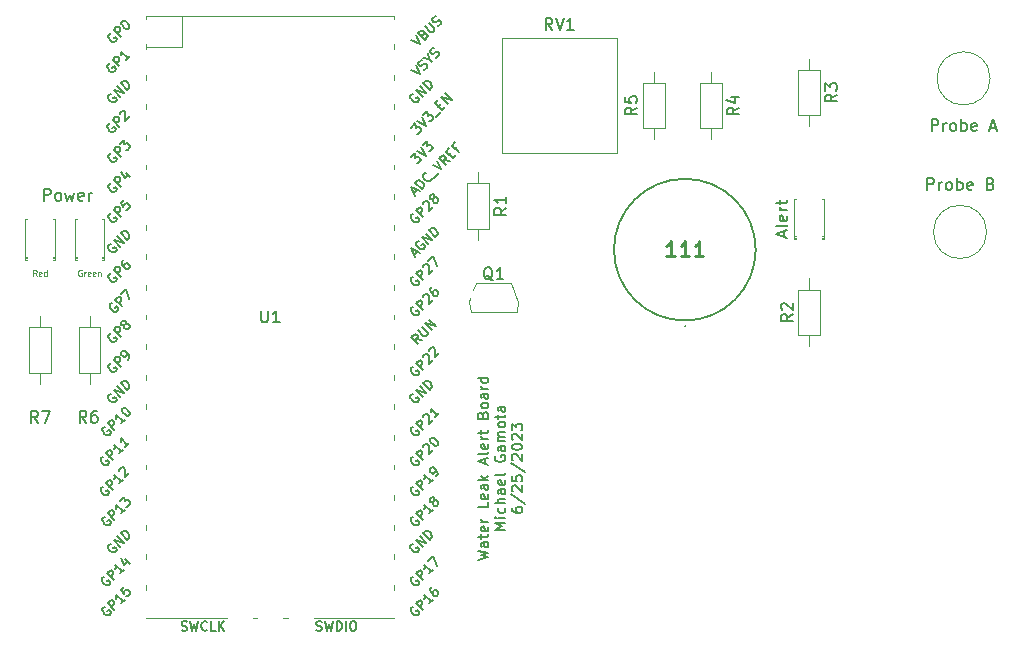
<source format=gbr>
%TF.GenerationSoftware,KiCad,Pcbnew,(6.0.7)*%
%TF.CreationDate,2023-06-25T15:11:42-07:00*%
%TF.ProjectId,WaterSensor,57617465-7253-4656-9e73-6f722e6b6963,rev?*%
%TF.SameCoordinates,Original*%
%TF.FileFunction,Legend,Top*%
%TF.FilePolarity,Positive*%
%FSLAX46Y46*%
G04 Gerber Fmt 4.6, Leading zero omitted, Abs format (unit mm)*
G04 Created by KiCad (PCBNEW (6.0.7)) date 2023-06-25 15:11:42*
%MOMM*%
%LPD*%
G01*
G04 APERTURE LIST*
%ADD10C,0.125000*%
%ADD11C,0.150000*%
%ADD12C,0.254000*%
%ADD13C,0.120000*%
%ADD14C,0.200000*%
%ADD15C,0.100000*%
G04 APERTURE END LIST*
D10*
X195521428Y-85250000D02*
X195473809Y-85226190D01*
X195402380Y-85226190D01*
X195330952Y-85250000D01*
X195283333Y-85297619D01*
X195259523Y-85345238D01*
X195235714Y-85440476D01*
X195235714Y-85511904D01*
X195259523Y-85607142D01*
X195283333Y-85654761D01*
X195330952Y-85702380D01*
X195402380Y-85726190D01*
X195450000Y-85726190D01*
X195521428Y-85702380D01*
X195545238Y-85678571D01*
X195545238Y-85511904D01*
X195450000Y-85511904D01*
X195759523Y-85726190D02*
X195759523Y-85392857D01*
X195759523Y-85488095D02*
X195783333Y-85440476D01*
X195807142Y-85416666D01*
X195854761Y-85392857D01*
X195902380Y-85392857D01*
X196259523Y-85702380D02*
X196211904Y-85726190D01*
X196116666Y-85726190D01*
X196069047Y-85702380D01*
X196045238Y-85654761D01*
X196045238Y-85464285D01*
X196069047Y-85416666D01*
X196116666Y-85392857D01*
X196211904Y-85392857D01*
X196259523Y-85416666D01*
X196283333Y-85464285D01*
X196283333Y-85511904D01*
X196045238Y-85559523D01*
X196688095Y-85702380D02*
X196640476Y-85726190D01*
X196545238Y-85726190D01*
X196497619Y-85702380D01*
X196473809Y-85654761D01*
X196473809Y-85464285D01*
X196497619Y-85416666D01*
X196545238Y-85392857D01*
X196640476Y-85392857D01*
X196688095Y-85416666D01*
X196711904Y-85464285D01*
X196711904Y-85511904D01*
X196473809Y-85559523D01*
X196926190Y-85392857D02*
X196926190Y-85726190D01*
X196926190Y-85440476D02*
X196950000Y-85416666D01*
X196997619Y-85392857D01*
X197069047Y-85392857D01*
X197116666Y-85416666D01*
X197140476Y-85464285D01*
X197140476Y-85726190D01*
X191714285Y-85726190D02*
X191547619Y-85488095D01*
X191428571Y-85726190D02*
X191428571Y-85226190D01*
X191619047Y-85226190D01*
X191666666Y-85250000D01*
X191690476Y-85273809D01*
X191714285Y-85321428D01*
X191714285Y-85392857D01*
X191690476Y-85440476D01*
X191666666Y-85464285D01*
X191619047Y-85488095D01*
X191428571Y-85488095D01*
X192119047Y-85702380D02*
X192071428Y-85726190D01*
X191976190Y-85726190D01*
X191928571Y-85702380D01*
X191904761Y-85654761D01*
X191904761Y-85464285D01*
X191928571Y-85416666D01*
X191976190Y-85392857D01*
X192071428Y-85392857D01*
X192119047Y-85416666D01*
X192142857Y-85464285D01*
X192142857Y-85511904D01*
X191904761Y-85559523D01*
X192571428Y-85726190D02*
X192571428Y-85226190D01*
X192571428Y-85702380D02*
X192523809Y-85726190D01*
X192428571Y-85726190D01*
X192380952Y-85702380D01*
X192357142Y-85678571D01*
X192333333Y-85630952D01*
X192333333Y-85488095D01*
X192357142Y-85440476D01*
X192380952Y-85416666D01*
X192428571Y-85392857D01*
X192523809Y-85392857D01*
X192571428Y-85416666D01*
D11*
X229058142Y-109757142D02*
X229958142Y-109542857D01*
X229315285Y-109371428D01*
X229958142Y-109200000D01*
X229058142Y-108985714D01*
X229958142Y-108257142D02*
X229486714Y-108257142D01*
X229401000Y-108300000D01*
X229358142Y-108385714D01*
X229358142Y-108557142D01*
X229401000Y-108642857D01*
X229915285Y-108257142D02*
X229958142Y-108342857D01*
X229958142Y-108557142D01*
X229915285Y-108642857D01*
X229829571Y-108685714D01*
X229743857Y-108685714D01*
X229658142Y-108642857D01*
X229615285Y-108557142D01*
X229615285Y-108342857D01*
X229572428Y-108257142D01*
X229358142Y-107957142D02*
X229358142Y-107614285D01*
X229058142Y-107828571D02*
X229829571Y-107828571D01*
X229915285Y-107785714D01*
X229958142Y-107700000D01*
X229958142Y-107614285D01*
X229915285Y-106971428D02*
X229958142Y-107057142D01*
X229958142Y-107228571D01*
X229915285Y-107314285D01*
X229829571Y-107357142D01*
X229486714Y-107357142D01*
X229401000Y-107314285D01*
X229358142Y-107228571D01*
X229358142Y-107057142D01*
X229401000Y-106971428D01*
X229486714Y-106928571D01*
X229572428Y-106928571D01*
X229658142Y-107357142D01*
X229958142Y-106542857D02*
X229358142Y-106542857D01*
X229529571Y-106542857D02*
X229443857Y-106500000D01*
X229401000Y-106457142D01*
X229358142Y-106371428D01*
X229358142Y-106285714D01*
X229958142Y-104871428D02*
X229958142Y-105300000D01*
X229058142Y-105300000D01*
X229915285Y-104228571D02*
X229958142Y-104314285D01*
X229958142Y-104485714D01*
X229915285Y-104571428D01*
X229829571Y-104614285D01*
X229486714Y-104614285D01*
X229401000Y-104571428D01*
X229358142Y-104485714D01*
X229358142Y-104314285D01*
X229401000Y-104228571D01*
X229486714Y-104185714D01*
X229572428Y-104185714D01*
X229658142Y-104614285D01*
X229958142Y-103414285D02*
X229486714Y-103414285D01*
X229401000Y-103457142D01*
X229358142Y-103542857D01*
X229358142Y-103714285D01*
X229401000Y-103800000D01*
X229915285Y-103414285D02*
X229958142Y-103500000D01*
X229958142Y-103714285D01*
X229915285Y-103800000D01*
X229829571Y-103842857D01*
X229743857Y-103842857D01*
X229658142Y-103800000D01*
X229615285Y-103714285D01*
X229615285Y-103500000D01*
X229572428Y-103414285D01*
X229958142Y-102985714D02*
X229058142Y-102985714D01*
X229615285Y-102900000D02*
X229958142Y-102642857D01*
X229358142Y-102642857D02*
X229701000Y-102985714D01*
X229701000Y-101614285D02*
X229701000Y-101185714D01*
X229958142Y-101700000D02*
X229058142Y-101400000D01*
X229958142Y-101100000D01*
X229958142Y-100671428D02*
X229915285Y-100757142D01*
X229829571Y-100800000D01*
X229058142Y-100800000D01*
X229915285Y-99985714D02*
X229958142Y-100071428D01*
X229958142Y-100242857D01*
X229915285Y-100328571D01*
X229829571Y-100371428D01*
X229486714Y-100371428D01*
X229401000Y-100328571D01*
X229358142Y-100242857D01*
X229358142Y-100071428D01*
X229401000Y-99985714D01*
X229486714Y-99942857D01*
X229572428Y-99942857D01*
X229658142Y-100371428D01*
X229958142Y-99557142D02*
X229358142Y-99557142D01*
X229529571Y-99557142D02*
X229443857Y-99514285D01*
X229401000Y-99471428D01*
X229358142Y-99385714D01*
X229358142Y-99300000D01*
X229358142Y-99128571D02*
X229358142Y-98785714D01*
X229058142Y-99000000D02*
X229829571Y-99000000D01*
X229915285Y-98957142D01*
X229958142Y-98871428D01*
X229958142Y-98785714D01*
X229486714Y-97500000D02*
X229529571Y-97371428D01*
X229572428Y-97328571D01*
X229658142Y-97285714D01*
X229786714Y-97285714D01*
X229872428Y-97328571D01*
X229915285Y-97371428D01*
X229958142Y-97457142D01*
X229958142Y-97800000D01*
X229058142Y-97800000D01*
X229058142Y-97500000D01*
X229101000Y-97414285D01*
X229143857Y-97371428D01*
X229229571Y-97328571D01*
X229315285Y-97328571D01*
X229401000Y-97371428D01*
X229443857Y-97414285D01*
X229486714Y-97500000D01*
X229486714Y-97800000D01*
X229958142Y-96771428D02*
X229915285Y-96857142D01*
X229872428Y-96900000D01*
X229786714Y-96942857D01*
X229529571Y-96942857D01*
X229443857Y-96900000D01*
X229401000Y-96857142D01*
X229358142Y-96771428D01*
X229358142Y-96642857D01*
X229401000Y-96557142D01*
X229443857Y-96514285D01*
X229529571Y-96471428D01*
X229786714Y-96471428D01*
X229872428Y-96514285D01*
X229915285Y-96557142D01*
X229958142Y-96642857D01*
X229958142Y-96771428D01*
X229958142Y-95700000D02*
X229486714Y-95700000D01*
X229401000Y-95742857D01*
X229358142Y-95828571D01*
X229358142Y-96000000D01*
X229401000Y-96085714D01*
X229915285Y-95700000D02*
X229958142Y-95785714D01*
X229958142Y-96000000D01*
X229915285Y-96085714D01*
X229829571Y-96128571D01*
X229743857Y-96128571D01*
X229658142Y-96085714D01*
X229615285Y-96000000D01*
X229615285Y-95785714D01*
X229572428Y-95700000D01*
X229958142Y-95271428D02*
X229358142Y-95271428D01*
X229529571Y-95271428D02*
X229443857Y-95228571D01*
X229401000Y-95185714D01*
X229358142Y-95100000D01*
X229358142Y-95014285D01*
X229958142Y-94328571D02*
X229058142Y-94328571D01*
X229915285Y-94328571D02*
X229958142Y-94414285D01*
X229958142Y-94585714D01*
X229915285Y-94671428D01*
X229872428Y-94714285D01*
X229786714Y-94757142D01*
X229529571Y-94757142D01*
X229443857Y-94714285D01*
X229401000Y-94671428D01*
X229358142Y-94585714D01*
X229358142Y-94414285D01*
X229401000Y-94328571D01*
X231407142Y-107207142D02*
X230507142Y-107207142D01*
X231150000Y-106907142D01*
X230507142Y-106607142D01*
X231407142Y-106607142D01*
X231407142Y-106178571D02*
X230807142Y-106178571D01*
X230507142Y-106178571D02*
X230550000Y-106221428D01*
X230592857Y-106178571D01*
X230550000Y-106135714D01*
X230507142Y-106178571D01*
X230592857Y-106178571D01*
X231364285Y-105364285D02*
X231407142Y-105450000D01*
X231407142Y-105621428D01*
X231364285Y-105707142D01*
X231321428Y-105750000D01*
X231235714Y-105792857D01*
X230978571Y-105792857D01*
X230892857Y-105750000D01*
X230850000Y-105707142D01*
X230807142Y-105621428D01*
X230807142Y-105450000D01*
X230850000Y-105364285D01*
X231407142Y-104978571D02*
X230507142Y-104978571D01*
X231407142Y-104592857D02*
X230935714Y-104592857D01*
X230850000Y-104635714D01*
X230807142Y-104721428D01*
X230807142Y-104850000D01*
X230850000Y-104935714D01*
X230892857Y-104978571D01*
X231407142Y-103778571D02*
X230935714Y-103778571D01*
X230850000Y-103821428D01*
X230807142Y-103907142D01*
X230807142Y-104078571D01*
X230850000Y-104164285D01*
X231364285Y-103778571D02*
X231407142Y-103864285D01*
X231407142Y-104078571D01*
X231364285Y-104164285D01*
X231278571Y-104207142D01*
X231192857Y-104207142D01*
X231107142Y-104164285D01*
X231064285Y-104078571D01*
X231064285Y-103864285D01*
X231021428Y-103778571D01*
X231364285Y-103007142D02*
X231407142Y-103092857D01*
X231407142Y-103264285D01*
X231364285Y-103350000D01*
X231278571Y-103392857D01*
X230935714Y-103392857D01*
X230850000Y-103350000D01*
X230807142Y-103264285D01*
X230807142Y-103092857D01*
X230850000Y-103007142D01*
X230935714Y-102964285D01*
X231021428Y-102964285D01*
X231107142Y-103392857D01*
X231407142Y-102450000D02*
X231364285Y-102535714D01*
X231278571Y-102578571D01*
X230507142Y-102578571D01*
X230550000Y-100950000D02*
X230507142Y-101035714D01*
X230507142Y-101164285D01*
X230550000Y-101292857D01*
X230635714Y-101378571D01*
X230721428Y-101421428D01*
X230892857Y-101464285D01*
X231021428Y-101464285D01*
X231192857Y-101421428D01*
X231278571Y-101378571D01*
X231364285Y-101292857D01*
X231407142Y-101164285D01*
X231407142Y-101078571D01*
X231364285Y-100950000D01*
X231321428Y-100907142D01*
X231021428Y-100907142D01*
X231021428Y-101078571D01*
X231407142Y-100135714D02*
X230935714Y-100135714D01*
X230850000Y-100178571D01*
X230807142Y-100264285D01*
X230807142Y-100435714D01*
X230850000Y-100521428D01*
X231364285Y-100135714D02*
X231407142Y-100221428D01*
X231407142Y-100435714D01*
X231364285Y-100521428D01*
X231278571Y-100564285D01*
X231192857Y-100564285D01*
X231107142Y-100521428D01*
X231064285Y-100435714D01*
X231064285Y-100221428D01*
X231021428Y-100135714D01*
X231407142Y-99707142D02*
X230807142Y-99707142D01*
X230892857Y-99707142D02*
X230850000Y-99664285D01*
X230807142Y-99578571D01*
X230807142Y-99450000D01*
X230850000Y-99364285D01*
X230935714Y-99321428D01*
X231407142Y-99321428D01*
X230935714Y-99321428D02*
X230850000Y-99278571D01*
X230807142Y-99192857D01*
X230807142Y-99064285D01*
X230850000Y-98978571D01*
X230935714Y-98935714D01*
X231407142Y-98935714D01*
X231407142Y-98378571D02*
X231364285Y-98464285D01*
X231321428Y-98507142D01*
X231235714Y-98550000D01*
X230978571Y-98550000D01*
X230892857Y-98507142D01*
X230850000Y-98464285D01*
X230807142Y-98378571D01*
X230807142Y-98250000D01*
X230850000Y-98164285D01*
X230892857Y-98121428D01*
X230978571Y-98078571D01*
X231235714Y-98078571D01*
X231321428Y-98121428D01*
X231364285Y-98164285D01*
X231407142Y-98250000D01*
X231407142Y-98378571D01*
X230807142Y-97821428D02*
X230807142Y-97478571D01*
X230507142Y-97692857D02*
X231278571Y-97692857D01*
X231364285Y-97650000D01*
X231407142Y-97564285D01*
X231407142Y-97478571D01*
X231407142Y-96792857D02*
X230935714Y-96792857D01*
X230850000Y-96835714D01*
X230807142Y-96921428D01*
X230807142Y-97092857D01*
X230850000Y-97178571D01*
X231364285Y-96792857D02*
X231407142Y-96878571D01*
X231407142Y-97092857D01*
X231364285Y-97178571D01*
X231278571Y-97221428D01*
X231192857Y-97221428D01*
X231107142Y-97178571D01*
X231064285Y-97092857D01*
X231064285Y-96878571D01*
X231021428Y-96792857D01*
X231956142Y-105342857D02*
X231956142Y-105514285D01*
X231999000Y-105600000D01*
X232041857Y-105642857D01*
X232170428Y-105728571D01*
X232341857Y-105771428D01*
X232684714Y-105771428D01*
X232770428Y-105728571D01*
X232813285Y-105685714D01*
X232856142Y-105600000D01*
X232856142Y-105428571D01*
X232813285Y-105342857D01*
X232770428Y-105300000D01*
X232684714Y-105257142D01*
X232470428Y-105257142D01*
X232384714Y-105300000D01*
X232341857Y-105342857D01*
X232299000Y-105428571D01*
X232299000Y-105600000D01*
X232341857Y-105685714D01*
X232384714Y-105728571D01*
X232470428Y-105771428D01*
X231913285Y-104228571D02*
X233070428Y-105000000D01*
X232041857Y-103971428D02*
X231999000Y-103928571D01*
X231956142Y-103842857D01*
X231956142Y-103628571D01*
X231999000Y-103542857D01*
X232041857Y-103500000D01*
X232127571Y-103457142D01*
X232213285Y-103457142D01*
X232341857Y-103500000D01*
X232856142Y-104014285D01*
X232856142Y-103457142D01*
X231956142Y-102642857D02*
X231956142Y-103071428D01*
X232384714Y-103114285D01*
X232341857Y-103071428D01*
X232299000Y-102985714D01*
X232299000Y-102771428D01*
X232341857Y-102685714D01*
X232384714Y-102642857D01*
X232470428Y-102600000D01*
X232684714Y-102600000D01*
X232770428Y-102642857D01*
X232813285Y-102685714D01*
X232856142Y-102771428D01*
X232856142Y-102985714D01*
X232813285Y-103071428D01*
X232770428Y-103114285D01*
X231913285Y-101571428D02*
X233070428Y-102342857D01*
X232041857Y-101314285D02*
X231999000Y-101271428D01*
X231956142Y-101185714D01*
X231956142Y-100971428D01*
X231999000Y-100885714D01*
X232041857Y-100842857D01*
X232127571Y-100800000D01*
X232213285Y-100800000D01*
X232341857Y-100842857D01*
X232856142Y-101357142D01*
X232856142Y-100800000D01*
X231956142Y-100242857D02*
X231956142Y-100157142D01*
X231999000Y-100071428D01*
X232041857Y-100028571D01*
X232127571Y-99985714D01*
X232299000Y-99942857D01*
X232513285Y-99942857D01*
X232684714Y-99985714D01*
X232770428Y-100028571D01*
X232813285Y-100071428D01*
X232856142Y-100157142D01*
X232856142Y-100242857D01*
X232813285Y-100328571D01*
X232770428Y-100371428D01*
X232684714Y-100414285D01*
X232513285Y-100457142D01*
X232299000Y-100457142D01*
X232127571Y-100414285D01*
X232041857Y-100371428D01*
X231999000Y-100328571D01*
X231956142Y-100242857D01*
X232041857Y-99600000D02*
X231999000Y-99557142D01*
X231956142Y-99471428D01*
X231956142Y-99257142D01*
X231999000Y-99171428D01*
X232041857Y-99128571D01*
X232127571Y-99085714D01*
X232213285Y-99085714D01*
X232341857Y-99128571D01*
X232856142Y-99642857D01*
X232856142Y-99085714D01*
X231956142Y-98785714D02*
X231956142Y-98228571D01*
X232299000Y-98528571D01*
X232299000Y-98400000D01*
X232341857Y-98314285D01*
X232384714Y-98271428D01*
X232470428Y-98228571D01*
X232684714Y-98228571D01*
X232770428Y-98271428D01*
X232813285Y-98314285D01*
X232856142Y-98400000D01*
X232856142Y-98657142D01*
X232813285Y-98742857D01*
X232770428Y-98785714D01*
%TO.C,Power*%
X192323809Y-79352380D02*
X192323809Y-78352380D01*
X192704761Y-78352380D01*
X192800000Y-78400000D01*
X192847619Y-78447619D01*
X192895238Y-78542857D01*
X192895238Y-78685714D01*
X192847619Y-78780952D01*
X192800000Y-78828571D01*
X192704761Y-78876190D01*
X192323809Y-78876190D01*
X193466666Y-79352380D02*
X193371428Y-79304761D01*
X193323809Y-79257142D01*
X193276190Y-79161904D01*
X193276190Y-78876190D01*
X193323809Y-78780952D01*
X193371428Y-78733333D01*
X193466666Y-78685714D01*
X193609523Y-78685714D01*
X193704761Y-78733333D01*
X193752380Y-78780952D01*
X193800000Y-78876190D01*
X193800000Y-79161904D01*
X193752380Y-79257142D01*
X193704761Y-79304761D01*
X193609523Y-79352380D01*
X193466666Y-79352380D01*
X194133333Y-78685714D02*
X194323809Y-79352380D01*
X194514285Y-78876190D01*
X194704761Y-79352380D01*
X194895238Y-78685714D01*
X195657142Y-79304761D02*
X195561904Y-79352380D01*
X195371428Y-79352380D01*
X195276190Y-79304761D01*
X195228571Y-79209523D01*
X195228571Y-78828571D01*
X195276190Y-78733333D01*
X195371428Y-78685714D01*
X195561904Y-78685714D01*
X195657142Y-78733333D01*
X195704761Y-78828571D01*
X195704761Y-78923809D01*
X195228571Y-79019047D01*
X196133333Y-79352380D02*
X196133333Y-78685714D01*
X196133333Y-78876190D02*
X196180952Y-78780952D01*
X196228571Y-78733333D01*
X196323809Y-78685714D01*
X196419047Y-78685714D01*
%TO.C,R7*%
X191833333Y-98152380D02*
X191500000Y-97676190D01*
X191261904Y-98152380D02*
X191261904Y-97152380D01*
X191642857Y-97152380D01*
X191738095Y-97200000D01*
X191785714Y-97247619D01*
X191833333Y-97342857D01*
X191833333Y-97485714D01*
X191785714Y-97580952D01*
X191738095Y-97628571D01*
X191642857Y-97676190D01*
X191261904Y-97676190D01*
X192166666Y-97152380D02*
X192833333Y-97152380D01*
X192404761Y-98152380D01*
%TO.C,R6*%
X195933333Y-98152380D02*
X195600000Y-97676190D01*
X195361904Y-98152380D02*
X195361904Y-97152380D01*
X195742857Y-97152380D01*
X195838095Y-97200000D01*
X195885714Y-97247619D01*
X195933333Y-97342857D01*
X195933333Y-97485714D01*
X195885714Y-97580952D01*
X195838095Y-97628571D01*
X195742857Y-97676190D01*
X195361904Y-97676190D01*
X196790476Y-97152380D02*
X196600000Y-97152380D01*
X196504761Y-97200000D01*
X196457142Y-97247619D01*
X196361904Y-97390476D01*
X196314285Y-97580952D01*
X196314285Y-97961904D01*
X196361904Y-98057142D01*
X196409523Y-98104761D01*
X196504761Y-98152380D01*
X196695238Y-98152380D01*
X196790476Y-98104761D01*
X196838095Y-98057142D01*
X196885714Y-97961904D01*
X196885714Y-97723809D01*
X196838095Y-97628571D01*
X196790476Y-97580952D01*
X196695238Y-97533333D01*
X196504761Y-97533333D01*
X196409523Y-97580952D01*
X196361904Y-97628571D01*
X196314285Y-97723809D01*
D12*
%TO.C,111*%
X245753333Y-84074523D02*
X245027619Y-84074523D01*
X245390476Y-84074523D02*
X245390476Y-82804523D01*
X245269523Y-82985952D01*
X245148571Y-83106904D01*
X245027619Y-83167380D01*
X246962857Y-84074523D02*
X246237142Y-84074523D01*
X246600000Y-84074523D02*
X246600000Y-82804523D01*
X246479047Y-82985952D01*
X246358095Y-83106904D01*
X246237142Y-83167380D01*
X248172380Y-84074523D02*
X247446666Y-84074523D01*
X247809523Y-84074523D02*
X247809523Y-82804523D01*
X247688571Y-82985952D01*
X247567619Y-83106904D01*
X247446666Y-83167380D01*
D11*
%TO.C,R5*%
X242532380Y-71466666D02*
X242056190Y-71800000D01*
X242532380Y-72038095D02*
X241532380Y-72038095D01*
X241532380Y-71657142D01*
X241580000Y-71561904D01*
X241627619Y-71514285D01*
X241722857Y-71466666D01*
X241865714Y-71466666D01*
X241960952Y-71514285D01*
X242008571Y-71561904D01*
X242056190Y-71657142D01*
X242056190Y-72038095D01*
X241532380Y-70561904D02*
X241532380Y-71038095D01*
X242008571Y-71085714D01*
X241960952Y-71038095D01*
X241913333Y-70942857D01*
X241913333Y-70704761D01*
X241960952Y-70609523D01*
X242008571Y-70561904D01*
X242103809Y-70514285D01*
X242341904Y-70514285D01*
X242437142Y-70561904D01*
X242484761Y-70609523D01*
X242532380Y-70704761D01*
X242532380Y-70942857D01*
X242484761Y-71038095D01*
X242437142Y-71085714D01*
%TO.C,R4*%
X251172380Y-71466666D02*
X250696190Y-71800000D01*
X251172380Y-72038095D02*
X250172380Y-72038095D01*
X250172380Y-71657142D01*
X250220000Y-71561904D01*
X250267619Y-71514285D01*
X250362857Y-71466666D01*
X250505714Y-71466666D01*
X250600952Y-71514285D01*
X250648571Y-71561904D01*
X250696190Y-71657142D01*
X250696190Y-72038095D01*
X250505714Y-70609523D02*
X251172380Y-70609523D01*
X250124761Y-70847619D02*
X250839047Y-71085714D01*
X250839047Y-70466666D01*
%TO.C,Q1*%
X230324761Y-86097619D02*
X230229523Y-86050000D01*
X230134285Y-85954761D01*
X229991428Y-85811904D01*
X229896190Y-85764285D01*
X229800952Y-85764285D01*
X229848571Y-86002380D02*
X229753333Y-85954761D01*
X229658095Y-85859523D01*
X229610476Y-85669047D01*
X229610476Y-85335714D01*
X229658095Y-85145238D01*
X229753333Y-85050000D01*
X229848571Y-85002380D01*
X230039047Y-85002380D01*
X230134285Y-85050000D01*
X230229523Y-85145238D01*
X230277142Y-85335714D01*
X230277142Y-85669047D01*
X230229523Y-85859523D01*
X230134285Y-85954761D01*
X230039047Y-86002380D01*
X229848571Y-86002380D01*
X231229523Y-86002380D02*
X230658095Y-86002380D01*
X230943809Y-86002380D02*
X230943809Y-85002380D01*
X230848571Y-85145238D01*
X230753333Y-85240476D01*
X230658095Y-85288095D01*
%TO.C,RV1*%
X235389761Y-64897380D02*
X235056428Y-64421190D01*
X234818333Y-64897380D02*
X234818333Y-63897380D01*
X235199285Y-63897380D01*
X235294523Y-63945000D01*
X235342142Y-63992619D01*
X235389761Y-64087857D01*
X235389761Y-64230714D01*
X235342142Y-64325952D01*
X235294523Y-64373571D01*
X235199285Y-64421190D01*
X234818333Y-64421190D01*
X235675476Y-63897380D02*
X236008809Y-64897380D01*
X236342142Y-63897380D01*
X237199285Y-64897380D02*
X236627857Y-64897380D01*
X236913571Y-64897380D02*
X236913571Y-63897380D01*
X236818333Y-64040238D01*
X236723095Y-64135476D01*
X236627857Y-64183095D01*
%TO.C,R2*%
X255752380Y-88966664D02*
X255276190Y-89299998D01*
X255752380Y-89538093D02*
X254752380Y-89538093D01*
X254752380Y-89157140D01*
X254800000Y-89061902D01*
X254847619Y-89014283D01*
X254942857Y-88966664D01*
X255085714Y-88966664D01*
X255180952Y-89014283D01*
X255228571Y-89061902D01*
X255276190Y-89157140D01*
X255276190Y-89538093D01*
X254847619Y-88585712D02*
X254800000Y-88538093D01*
X254752380Y-88442855D01*
X254752380Y-88204759D01*
X254800000Y-88109521D01*
X254847619Y-88061902D01*
X254942857Y-88014283D01*
X255038095Y-88014283D01*
X255180952Y-88061902D01*
X255752380Y-88633331D01*
X255752380Y-88014283D01*
%TO.C,Alert*%
X255006665Y-82428808D02*
X255006665Y-81952618D01*
X255292379Y-82524046D02*
X254292379Y-82190713D01*
X255292379Y-81857379D01*
X255292379Y-81381189D02*
X255244760Y-81476427D01*
X255149522Y-81524046D01*
X254292379Y-81524046D01*
X255244760Y-80619284D02*
X255292379Y-80714522D01*
X255292379Y-80904999D01*
X255244760Y-81000237D01*
X255149522Y-81047856D01*
X254768570Y-81047856D01*
X254673332Y-81000237D01*
X254625713Y-80904999D01*
X254625713Y-80714522D01*
X254673332Y-80619284D01*
X254768570Y-80571665D01*
X254863808Y-80571665D01*
X254959046Y-81047856D01*
X255292379Y-80143094D02*
X254625713Y-80143094D01*
X254816189Y-80143094D02*
X254720951Y-80095475D01*
X254673332Y-80047856D01*
X254625713Y-79952618D01*
X254625713Y-79857379D01*
X254625713Y-79666903D02*
X254625713Y-79285951D01*
X254292379Y-79524046D02*
X255149522Y-79524046D01*
X255244760Y-79476427D01*
X255292379Y-79381189D01*
X255292379Y-79285951D01*
%TO.C,Probe B*%
X267114285Y-78452380D02*
X267114285Y-77452380D01*
X267495238Y-77452380D01*
X267590476Y-77500000D01*
X267638095Y-77547619D01*
X267685714Y-77642857D01*
X267685714Y-77785714D01*
X267638095Y-77880952D01*
X267590476Y-77928571D01*
X267495238Y-77976190D01*
X267114285Y-77976190D01*
X268114285Y-78452380D02*
X268114285Y-77785714D01*
X268114285Y-77976190D02*
X268161904Y-77880952D01*
X268209523Y-77833333D01*
X268304761Y-77785714D01*
X268400000Y-77785714D01*
X268876190Y-78452380D02*
X268780952Y-78404761D01*
X268733333Y-78357142D01*
X268685714Y-78261904D01*
X268685714Y-77976190D01*
X268733333Y-77880952D01*
X268780952Y-77833333D01*
X268876190Y-77785714D01*
X269019047Y-77785714D01*
X269114285Y-77833333D01*
X269161904Y-77880952D01*
X269209523Y-77976190D01*
X269209523Y-78261904D01*
X269161904Y-78357142D01*
X269114285Y-78404761D01*
X269019047Y-78452380D01*
X268876190Y-78452380D01*
X269638095Y-78452380D02*
X269638095Y-77452380D01*
X269638095Y-77833333D02*
X269733333Y-77785714D01*
X269923809Y-77785714D01*
X270019047Y-77833333D01*
X270066666Y-77880952D01*
X270114285Y-77976190D01*
X270114285Y-78261904D01*
X270066666Y-78357142D01*
X270019047Y-78404761D01*
X269923809Y-78452380D01*
X269733333Y-78452380D01*
X269638095Y-78404761D01*
X270923809Y-78404761D02*
X270828571Y-78452380D01*
X270638095Y-78452380D01*
X270542857Y-78404761D01*
X270495238Y-78309523D01*
X270495238Y-77928571D01*
X270542857Y-77833333D01*
X270638095Y-77785714D01*
X270828571Y-77785714D01*
X270923809Y-77833333D01*
X270971428Y-77928571D01*
X270971428Y-78023809D01*
X270495238Y-78119047D01*
X272495238Y-77928571D02*
X272638095Y-77976190D01*
X272685714Y-78023809D01*
X272733333Y-78119047D01*
X272733333Y-78261904D01*
X272685714Y-78357142D01*
X272638095Y-78404761D01*
X272542857Y-78452380D01*
X272161904Y-78452380D01*
X272161904Y-77452380D01*
X272495238Y-77452380D01*
X272590476Y-77500000D01*
X272638095Y-77547619D01*
X272685714Y-77642857D01*
X272685714Y-77738095D01*
X272638095Y-77833333D01*
X272590476Y-77880952D01*
X272495238Y-77928571D01*
X272161904Y-77928571D01*
%TO.C,Probe A*%
X267485714Y-73452380D02*
X267485714Y-72452380D01*
X267866666Y-72452380D01*
X267961904Y-72500000D01*
X268009523Y-72547619D01*
X268057142Y-72642857D01*
X268057142Y-72785714D01*
X268009523Y-72880952D01*
X267961904Y-72928571D01*
X267866666Y-72976190D01*
X267485714Y-72976190D01*
X268485714Y-73452380D02*
X268485714Y-72785714D01*
X268485714Y-72976190D02*
X268533333Y-72880952D01*
X268580952Y-72833333D01*
X268676190Y-72785714D01*
X268771428Y-72785714D01*
X269247619Y-73452380D02*
X269152380Y-73404761D01*
X269104761Y-73357142D01*
X269057142Y-73261904D01*
X269057142Y-72976190D01*
X269104761Y-72880952D01*
X269152380Y-72833333D01*
X269247619Y-72785714D01*
X269390476Y-72785714D01*
X269485714Y-72833333D01*
X269533333Y-72880952D01*
X269580952Y-72976190D01*
X269580952Y-73261904D01*
X269533333Y-73357142D01*
X269485714Y-73404761D01*
X269390476Y-73452380D01*
X269247619Y-73452380D01*
X270009523Y-73452380D02*
X270009523Y-72452380D01*
X270009523Y-72833333D02*
X270104761Y-72785714D01*
X270295238Y-72785714D01*
X270390476Y-72833333D01*
X270438095Y-72880952D01*
X270485714Y-72976190D01*
X270485714Y-73261904D01*
X270438095Y-73357142D01*
X270390476Y-73404761D01*
X270295238Y-73452380D01*
X270104761Y-73452380D01*
X270009523Y-73404761D01*
X271295238Y-73404761D02*
X271200000Y-73452380D01*
X271009523Y-73452380D01*
X270914285Y-73404761D01*
X270866666Y-73309523D01*
X270866666Y-72928571D01*
X270914285Y-72833333D01*
X271009523Y-72785714D01*
X271200000Y-72785714D01*
X271295238Y-72833333D01*
X271342857Y-72928571D01*
X271342857Y-73023809D01*
X270866666Y-73119047D01*
X272485714Y-73166666D02*
X272961904Y-73166666D01*
X272390476Y-73452380D02*
X272723809Y-72452380D01*
X273057142Y-73452380D01*
%TO.C,R3*%
X259472380Y-70366665D02*
X258996190Y-70699999D01*
X259472380Y-70938094D02*
X258472380Y-70938094D01*
X258472380Y-70557141D01*
X258520000Y-70461903D01*
X258567619Y-70414284D01*
X258662857Y-70366665D01*
X258805714Y-70366665D01*
X258900952Y-70414284D01*
X258948571Y-70461903D01*
X258996190Y-70557141D01*
X258996190Y-70938094D01*
X258472380Y-70033332D02*
X258472380Y-69414284D01*
X258853333Y-69747618D01*
X258853333Y-69604760D01*
X258900952Y-69509522D01*
X258948571Y-69461903D01*
X259043809Y-69414284D01*
X259281904Y-69414284D01*
X259377142Y-69461903D01*
X259424761Y-69509522D01*
X259472380Y-69604760D01*
X259472380Y-69890475D01*
X259424761Y-69985713D01*
X259377142Y-70033332D01*
%TO.C,U1*%
X210738095Y-88652380D02*
X210738095Y-89461904D01*
X210785714Y-89557142D01*
X210833333Y-89604761D01*
X210928571Y-89652380D01*
X211119047Y-89652380D01*
X211214285Y-89604761D01*
X211261904Y-89557142D01*
X211309523Y-89461904D01*
X211309523Y-88652380D01*
X212309523Y-89652380D02*
X211738095Y-89652380D01*
X212023809Y-89652380D02*
X212023809Y-88652380D01*
X211928571Y-88795238D01*
X211833333Y-88890476D01*
X211738095Y-88938095D01*
X198013096Y-85511218D02*
X197932284Y-85538155D01*
X197851471Y-85618967D01*
X197797597Y-85726717D01*
X197797597Y-85834467D01*
X197824534Y-85915279D01*
X197905346Y-86049966D01*
X197986158Y-86130778D01*
X198120845Y-86211590D01*
X198201658Y-86238528D01*
X198309407Y-86238528D01*
X198417157Y-86184653D01*
X198471032Y-86130778D01*
X198524906Y-86023028D01*
X198524906Y-85969154D01*
X198336345Y-85780592D01*
X198228595Y-85888341D01*
X198821218Y-85780592D02*
X198255532Y-85214906D01*
X198471032Y-84999407D01*
X198551844Y-84972470D01*
X198605719Y-84972470D01*
X198686531Y-84999407D01*
X198767343Y-85080219D01*
X198794280Y-85161032D01*
X198794280Y-85214906D01*
X198767343Y-85295719D01*
X198551844Y-85511218D01*
X199063654Y-84406784D02*
X198955905Y-84514534D01*
X198928967Y-84595346D01*
X198928967Y-84649221D01*
X198955905Y-84783908D01*
X199036717Y-84918595D01*
X199252216Y-85134094D01*
X199333028Y-85161032D01*
X199386903Y-85161032D01*
X199467715Y-85134094D01*
X199575465Y-85026345D01*
X199602402Y-84945532D01*
X199602402Y-84891658D01*
X199575465Y-84810845D01*
X199440778Y-84676158D01*
X199359966Y-84649221D01*
X199306091Y-84649221D01*
X199225279Y-84676158D01*
X199117529Y-84783908D01*
X199090592Y-84864720D01*
X199090592Y-84918595D01*
X199117529Y-84999407D01*
X198013096Y-90591218D02*
X197932284Y-90618155D01*
X197851471Y-90698967D01*
X197797597Y-90806717D01*
X197797597Y-90914467D01*
X197824534Y-90995279D01*
X197905346Y-91129966D01*
X197986158Y-91210778D01*
X198120845Y-91291590D01*
X198201658Y-91318528D01*
X198309407Y-91318528D01*
X198417157Y-91264653D01*
X198471032Y-91210778D01*
X198524906Y-91103028D01*
X198524906Y-91049154D01*
X198336345Y-90860592D01*
X198228595Y-90968341D01*
X198821218Y-90860592D02*
X198255532Y-90294906D01*
X198471032Y-90079407D01*
X198551844Y-90052470D01*
X198605719Y-90052470D01*
X198686531Y-90079407D01*
X198767343Y-90160219D01*
X198794280Y-90241032D01*
X198794280Y-90294906D01*
X198767343Y-90375719D01*
X198551844Y-90591218D01*
X199144467Y-89890845D02*
X199063654Y-89917783D01*
X199009780Y-89917783D01*
X198928967Y-89890845D01*
X198902030Y-89863908D01*
X198875093Y-89783096D01*
X198875093Y-89729221D01*
X198902030Y-89648409D01*
X199009780Y-89540659D01*
X199090592Y-89513722D01*
X199144467Y-89513722D01*
X199225279Y-89540659D01*
X199252216Y-89567597D01*
X199279154Y-89648409D01*
X199279154Y-89702284D01*
X199252216Y-89783096D01*
X199144467Y-89890845D01*
X199117529Y-89971658D01*
X199117529Y-90025532D01*
X199144467Y-90106345D01*
X199252216Y-90214094D01*
X199333028Y-90241032D01*
X199386903Y-90241032D01*
X199467715Y-90214094D01*
X199575465Y-90106345D01*
X199602402Y-90025532D01*
X199602402Y-89971658D01*
X199575465Y-89890845D01*
X199467715Y-89783096D01*
X199386903Y-89756158D01*
X199333028Y-89756158D01*
X199252216Y-89783096D01*
X223586158Y-70298155D02*
X223505346Y-70325093D01*
X223424534Y-70405905D01*
X223370659Y-70513654D01*
X223370659Y-70621404D01*
X223397597Y-70702216D01*
X223478409Y-70836903D01*
X223559221Y-70917715D01*
X223693908Y-70998528D01*
X223774720Y-71025465D01*
X223882470Y-71025465D01*
X223990219Y-70971590D01*
X224044094Y-70917715D01*
X224097969Y-70809966D01*
X224097969Y-70756091D01*
X223909407Y-70567529D01*
X223801658Y-70675279D01*
X224394280Y-70567529D02*
X223828595Y-70001844D01*
X224717529Y-70244280D01*
X224151844Y-69678595D01*
X224986903Y-69974906D02*
X224421218Y-69409221D01*
X224555905Y-69274534D01*
X224663654Y-69220659D01*
X224771404Y-69220659D01*
X224852216Y-69247597D01*
X224986903Y-69328409D01*
X225067715Y-69409221D01*
X225148528Y-69543908D01*
X225175465Y-69624720D01*
X225175465Y-69732470D01*
X225121590Y-69840219D01*
X224986903Y-69974906D01*
X223597722Y-101020592D02*
X223516910Y-101047529D01*
X223436097Y-101128341D01*
X223382223Y-101236091D01*
X223382223Y-101343841D01*
X223409160Y-101424653D01*
X223489972Y-101559340D01*
X223570784Y-101640152D01*
X223705471Y-101720964D01*
X223786284Y-101747902D01*
X223894033Y-101747902D01*
X224001783Y-101694027D01*
X224055658Y-101640152D01*
X224109532Y-101532402D01*
X224109532Y-101478528D01*
X223920971Y-101289966D01*
X223813221Y-101397715D01*
X224405844Y-101289966D02*
X223840158Y-100724280D01*
X224055658Y-100508781D01*
X224136470Y-100481844D01*
X224190345Y-100481844D01*
X224271157Y-100508781D01*
X224351969Y-100589593D01*
X224378906Y-100670406D01*
X224378906Y-100724280D01*
X224351969Y-100805093D01*
X224136470Y-101020592D01*
X224432781Y-100239407D02*
X224432781Y-100185532D01*
X224459719Y-100104720D01*
X224594406Y-99970033D01*
X224675218Y-99943096D01*
X224729093Y-99943096D01*
X224809905Y-99970033D01*
X224863780Y-100023908D01*
X224917654Y-100131658D01*
X224917654Y-100778155D01*
X225267841Y-100427969D01*
X225052341Y-99512097D02*
X225106216Y-99458223D01*
X225187028Y-99431285D01*
X225240903Y-99431285D01*
X225321715Y-99458223D01*
X225456402Y-99539035D01*
X225591089Y-99673722D01*
X225671902Y-99808409D01*
X225698839Y-99889221D01*
X225698839Y-99943096D01*
X225671902Y-100023908D01*
X225618027Y-100077783D01*
X225537215Y-100104720D01*
X225483340Y-100104720D01*
X225402528Y-100077783D01*
X225267841Y-99996971D01*
X225133154Y-99862284D01*
X225052341Y-99727597D01*
X225025404Y-99646784D01*
X225025404Y-99592910D01*
X225052341Y-99512097D01*
X198113096Y-88021218D02*
X198032284Y-88048155D01*
X197951471Y-88128967D01*
X197897597Y-88236717D01*
X197897597Y-88344467D01*
X197924534Y-88425279D01*
X198005346Y-88559966D01*
X198086158Y-88640778D01*
X198220845Y-88721590D01*
X198301658Y-88748528D01*
X198409407Y-88748528D01*
X198517157Y-88694653D01*
X198571032Y-88640778D01*
X198624906Y-88533028D01*
X198624906Y-88479154D01*
X198436345Y-88290592D01*
X198328595Y-88398341D01*
X198921218Y-88290592D02*
X198355532Y-87724906D01*
X198571032Y-87509407D01*
X198651844Y-87482470D01*
X198705719Y-87482470D01*
X198786531Y-87509407D01*
X198867343Y-87590219D01*
X198894280Y-87671032D01*
X198894280Y-87724906D01*
X198867343Y-87805719D01*
X198651844Y-88021218D01*
X198867343Y-87213096D02*
X199244467Y-86835972D01*
X199567715Y-87644094D01*
X197986158Y-108398155D02*
X197905346Y-108425093D01*
X197824534Y-108505905D01*
X197770659Y-108613654D01*
X197770659Y-108721404D01*
X197797597Y-108802216D01*
X197878409Y-108936903D01*
X197959221Y-109017715D01*
X198093908Y-109098528D01*
X198174720Y-109125465D01*
X198282470Y-109125465D01*
X198390219Y-109071590D01*
X198444094Y-109017715D01*
X198497969Y-108909966D01*
X198497969Y-108856091D01*
X198309407Y-108667529D01*
X198201658Y-108775279D01*
X198794280Y-108667529D02*
X198228595Y-108101844D01*
X199117529Y-108344280D01*
X198551844Y-107778595D01*
X199386903Y-108074906D02*
X198821218Y-107509221D01*
X198955905Y-107374534D01*
X199063654Y-107320659D01*
X199171404Y-107320659D01*
X199252216Y-107347597D01*
X199386903Y-107428409D01*
X199467715Y-107509221D01*
X199548528Y-107643908D01*
X199575465Y-107724720D01*
X199575465Y-107832470D01*
X199521590Y-107940219D01*
X199386903Y-108074906D01*
X223597722Y-103560592D02*
X223516910Y-103587529D01*
X223436097Y-103668341D01*
X223382223Y-103776091D01*
X223382223Y-103883841D01*
X223409160Y-103964653D01*
X223489972Y-104099340D01*
X223570784Y-104180152D01*
X223705471Y-104260964D01*
X223786284Y-104287902D01*
X223894033Y-104287902D01*
X224001783Y-104234027D01*
X224055658Y-104180152D01*
X224109532Y-104072402D01*
X224109532Y-104018528D01*
X223920971Y-103829966D01*
X223813221Y-103937715D01*
X224405844Y-103829966D02*
X223840158Y-103264280D01*
X224055658Y-103048781D01*
X224136470Y-103021844D01*
X224190345Y-103021844D01*
X224271157Y-103048781D01*
X224351969Y-103129593D01*
X224378906Y-103210406D01*
X224378906Y-103264280D01*
X224351969Y-103345093D01*
X224136470Y-103560592D01*
X225267841Y-102967969D02*
X224944592Y-103291218D01*
X225106216Y-103129593D02*
X224540531Y-102563908D01*
X224567468Y-102698595D01*
X224567468Y-102806345D01*
X224540531Y-102887157D01*
X225537215Y-102698595D02*
X225644964Y-102590845D01*
X225671902Y-102510033D01*
X225671902Y-102456158D01*
X225644964Y-102321471D01*
X225564152Y-102186784D01*
X225348653Y-101971285D01*
X225267841Y-101944348D01*
X225213966Y-101944348D01*
X225133154Y-101971285D01*
X225025404Y-102079035D01*
X224998467Y-102159847D01*
X224998467Y-102213722D01*
X225025404Y-102294534D01*
X225160091Y-102429221D01*
X225240903Y-102456158D01*
X225294778Y-102456158D01*
X225375590Y-102429221D01*
X225483340Y-102321471D01*
X225510277Y-102240659D01*
X225510277Y-102186784D01*
X225483340Y-102105972D01*
X197986158Y-82998155D02*
X197905346Y-83025093D01*
X197824534Y-83105905D01*
X197770659Y-83213654D01*
X197770659Y-83321404D01*
X197797597Y-83402216D01*
X197878409Y-83536903D01*
X197959221Y-83617715D01*
X198093908Y-83698528D01*
X198174720Y-83725465D01*
X198282470Y-83725465D01*
X198390219Y-83671590D01*
X198444094Y-83617715D01*
X198497969Y-83509966D01*
X198497969Y-83456091D01*
X198309407Y-83267529D01*
X198201658Y-83375279D01*
X198794280Y-83267529D02*
X198228595Y-82701844D01*
X199117529Y-82944280D01*
X198551844Y-82378595D01*
X199386903Y-82674906D02*
X198821218Y-82109221D01*
X198955905Y-81974534D01*
X199063654Y-81920659D01*
X199171404Y-81920659D01*
X199252216Y-81947597D01*
X199386903Y-82028409D01*
X199467715Y-82109221D01*
X199548528Y-82243908D01*
X199575465Y-82324720D01*
X199575465Y-82432470D01*
X199521590Y-82540219D01*
X199386903Y-82674906D01*
X223597722Y-93400592D02*
X223516910Y-93427529D01*
X223436097Y-93508341D01*
X223382223Y-93616091D01*
X223382223Y-93723841D01*
X223409160Y-93804653D01*
X223489972Y-93939340D01*
X223570784Y-94020152D01*
X223705471Y-94100964D01*
X223786284Y-94127902D01*
X223894033Y-94127902D01*
X224001783Y-94074027D01*
X224055658Y-94020152D01*
X224109532Y-93912402D01*
X224109532Y-93858528D01*
X223920971Y-93669966D01*
X223813221Y-93777715D01*
X224405844Y-93669966D02*
X223840158Y-93104280D01*
X224055658Y-92888781D01*
X224136470Y-92861844D01*
X224190345Y-92861844D01*
X224271157Y-92888781D01*
X224351969Y-92969593D01*
X224378906Y-93050406D01*
X224378906Y-93104280D01*
X224351969Y-93185093D01*
X224136470Y-93400592D01*
X224432781Y-92619407D02*
X224432781Y-92565532D01*
X224459719Y-92484720D01*
X224594406Y-92350033D01*
X224675218Y-92323096D01*
X224729093Y-92323096D01*
X224809905Y-92350033D01*
X224863780Y-92403908D01*
X224917654Y-92511658D01*
X224917654Y-93158155D01*
X225267841Y-92807969D01*
X224971529Y-92080659D02*
X224971529Y-92026784D01*
X224998467Y-91945972D01*
X225133154Y-91811285D01*
X225213966Y-91784348D01*
X225267841Y-91784348D01*
X225348653Y-91811285D01*
X225402528Y-91865160D01*
X225456402Y-91972910D01*
X225456402Y-92619407D01*
X225806589Y-92269221D01*
X223586158Y-95698155D02*
X223505346Y-95725093D01*
X223424534Y-95805905D01*
X223370659Y-95913654D01*
X223370659Y-96021404D01*
X223397597Y-96102216D01*
X223478409Y-96236903D01*
X223559221Y-96317715D01*
X223693908Y-96398528D01*
X223774720Y-96425465D01*
X223882470Y-96425465D01*
X223990219Y-96371590D01*
X224044094Y-96317715D01*
X224097969Y-96209966D01*
X224097969Y-96156091D01*
X223909407Y-95967529D01*
X223801658Y-96075279D01*
X224394280Y-95967529D02*
X223828595Y-95401844D01*
X224717529Y-95644280D01*
X224151844Y-95078595D01*
X224986903Y-95374906D02*
X224421218Y-94809221D01*
X224555905Y-94674534D01*
X224663654Y-94620659D01*
X224771404Y-94620659D01*
X224852216Y-94647597D01*
X224986903Y-94728409D01*
X225067715Y-94809221D01*
X225148528Y-94943908D01*
X225175465Y-95024720D01*
X225175465Y-95132470D01*
X225121590Y-95240219D01*
X224986903Y-95374906D01*
X198013096Y-77891218D02*
X197932284Y-77918155D01*
X197851471Y-77998967D01*
X197797597Y-78106717D01*
X197797597Y-78214467D01*
X197824534Y-78295279D01*
X197905346Y-78429966D01*
X197986158Y-78510778D01*
X198120845Y-78591590D01*
X198201658Y-78618528D01*
X198309407Y-78618528D01*
X198417157Y-78564653D01*
X198471032Y-78510778D01*
X198524906Y-78403028D01*
X198524906Y-78349154D01*
X198336345Y-78160592D01*
X198228595Y-78268341D01*
X198821218Y-78160592D02*
X198255532Y-77594906D01*
X198471032Y-77379407D01*
X198551844Y-77352470D01*
X198605719Y-77352470D01*
X198686531Y-77379407D01*
X198767343Y-77460219D01*
X198794280Y-77541032D01*
X198794280Y-77594906D01*
X198767343Y-77675719D01*
X198551844Y-77891218D01*
X199252216Y-76975346D02*
X199629340Y-77352470D01*
X198902030Y-76894534D02*
X199171404Y-77433282D01*
X199521590Y-77083096D01*
X223597722Y-111180592D02*
X223516910Y-111207529D01*
X223436097Y-111288341D01*
X223382223Y-111396091D01*
X223382223Y-111503841D01*
X223409160Y-111584653D01*
X223489972Y-111719340D01*
X223570784Y-111800152D01*
X223705471Y-111880964D01*
X223786284Y-111907902D01*
X223894033Y-111907902D01*
X224001783Y-111854027D01*
X224055658Y-111800152D01*
X224109532Y-111692402D01*
X224109532Y-111638528D01*
X223920971Y-111449966D01*
X223813221Y-111557715D01*
X224405844Y-111449966D02*
X223840158Y-110884280D01*
X224055658Y-110668781D01*
X224136470Y-110641844D01*
X224190345Y-110641844D01*
X224271157Y-110668781D01*
X224351969Y-110749593D01*
X224378906Y-110830406D01*
X224378906Y-110884280D01*
X224351969Y-110965093D01*
X224136470Y-111180592D01*
X225267841Y-110587969D02*
X224944592Y-110911218D01*
X225106216Y-110749593D02*
X224540531Y-110183908D01*
X224567468Y-110318595D01*
X224567468Y-110426345D01*
X224540531Y-110507157D01*
X224890717Y-109833722D02*
X225267841Y-109456598D01*
X225591089Y-110264720D01*
X197343722Y-101020592D02*
X197262910Y-101047529D01*
X197182097Y-101128341D01*
X197128223Y-101236091D01*
X197128223Y-101343841D01*
X197155160Y-101424653D01*
X197235972Y-101559340D01*
X197316784Y-101640152D01*
X197451471Y-101720964D01*
X197532284Y-101747902D01*
X197640033Y-101747902D01*
X197747783Y-101694027D01*
X197801658Y-101640152D01*
X197855532Y-101532402D01*
X197855532Y-101478528D01*
X197666971Y-101289966D01*
X197559221Y-101397715D01*
X198151844Y-101289966D02*
X197586158Y-100724280D01*
X197801658Y-100508781D01*
X197882470Y-100481844D01*
X197936345Y-100481844D01*
X198017157Y-100508781D01*
X198097969Y-100589593D01*
X198124906Y-100670406D01*
X198124906Y-100724280D01*
X198097969Y-100805093D01*
X197882470Y-101020592D01*
X199013841Y-100427969D02*
X198690592Y-100751218D01*
X198852216Y-100589593D02*
X198286531Y-100023908D01*
X198313468Y-100158595D01*
X198313468Y-100266345D01*
X198286531Y-100347157D01*
X199552589Y-99889221D02*
X199229340Y-100212470D01*
X199390964Y-100050845D02*
X198825279Y-99485160D01*
X198852216Y-99619847D01*
X198852216Y-99727597D01*
X198825279Y-99808409D01*
X223597722Y-106100592D02*
X223516910Y-106127529D01*
X223436097Y-106208341D01*
X223382223Y-106316091D01*
X223382223Y-106423841D01*
X223409160Y-106504653D01*
X223489972Y-106639340D01*
X223570784Y-106720152D01*
X223705471Y-106800964D01*
X223786284Y-106827902D01*
X223894033Y-106827902D01*
X224001783Y-106774027D01*
X224055658Y-106720152D01*
X224109532Y-106612402D01*
X224109532Y-106558528D01*
X223920971Y-106369966D01*
X223813221Y-106477715D01*
X224405844Y-106369966D02*
X223840158Y-105804280D01*
X224055658Y-105588781D01*
X224136470Y-105561844D01*
X224190345Y-105561844D01*
X224271157Y-105588781D01*
X224351969Y-105669593D01*
X224378906Y-105750406D01*
X224378906Y-105804280D01*
X224351969Y-105885093D01*
X224136470Y-106100592D01*
X225267841Y-105507969D02*
X224944592Y-105831218D01*
X225106216Y-105669593D02*
X224540531Y-105103908D01*
X224567468Y-105238595D01*
X224567468Y-105346345D01*
X224540531Y-105427157D01*
X225267841Y-104861471D02*
X225187028Y-104888409D01*
X225133154Y-104888409D01*
X225052341Y-104861471D01*
X225025404Y-104834534D01*
X224998467Y-104753722D01*
X224998467Y-104699847D01*
X225025404Y-104619035D01*
X225133154Y-104511285D01*
X225213966Y-104484348D01*
X225267841Y-104484348D01*
X225348653Y-104511285D01*
X225375590Y-104538223D01*
X225402528Y-104619035D01*
X225402528Y-104672910D01*
X225375590Y-104753722D01*
X225267841Y-104861471D01*
X225240903Y-104942284D01*
X225240903Y-104996158D01*
X225267841Y-105076971D01*
X225375590Y-105184720D01*
X225456402Y-105211658D01*
X225510277Y-105211658D01*
X225591089Y-105184720D01*
X225698839Y-105076971D01*
X225725776Y-104996158D01*
X225725776Y-104942284D01*
X225698839Y-104861471D01*
X225591089Y-104753722D01*
X225510277Y-104726784D01*
X225456402Y-104726784D01*
X225375590Y-104753722D01*
X223597722Y-85790592D02*
X223516910Y-85817529D01*
X223436097Y-85898341D01*
X223382223Y-86006091D01*
X223382223Y-86113841D01*
X223409160Y-86194653D01*
X223489972Y-86329340D01*
X223570784Y-86410152D01*
X223705471Y-86490964D01*
X223786284Y-86517902D01*
X223894033Y-86517902D01*
X224001783Y-86464027D01*
X224055658Y-86410152D01*
X224109532Y-86302402D01*
X224109532Y-86248528D01*
X223920971Y-86059966D01*
X223813221Y-86167715D01*
X224405844Y-86059966D02*
X223840158Y-85494280D01*
X224055658Y-85278781D01*
X224136470Y-85251844D01*
X224190345Y-85251844D01*
X224271157Y-85278781D01*
X224351969Y-85359593D01*
X224378906Y-85440406D01*
X224378906Y-85494280D01*
X224351969Y-85575093D01*
X224136470Y-85790592D01*
X224432781Y-85009407D02*
X224432781Y-84955532D01*
X224459719Y-84874720D01*
X224594406Y-84740033D01*
X224675218Y-84713096D01*
X224729093Y-84713096D01*
X224809905Y-84740033D01*
X224863780Y-84793908D01*
X224917654Y-84901658D01*
X224917654Y-85548155D01*
X225267841Y-85197969D01*
X224890717Y-84443722D02*
X225267841Y-84066598D01*
X225591089Y-84874720D01*
X197489722Y-98480592D02*
X197408910Y-98507529D01*
X197328097Y-98588341D01*
X197274223Y-98696091D01*
X197274223Y-98803841D01*
X197301160Y-98884653D01*
X197381972Y-99019340D01*
X197462784Y-99100152D01*
X197597471Y-99180964D01*
X197678284Y-99207902D01*
X197786033Y-99207902D01*
X197893783Y-99154027D01*
X197947658Y-99100152D01*
X198001532Y-98992402D01*
X198001532Y-98938528D01*
X197812971Y-98749966D01*
X197705221Y-98857715D01*
X198297844Y-98749966D02*
X197732158Y-98184280D01*
X197947658Y-97968781D01*
X198028470Y-97941844D01*
X198082345Y-97941844D01*
X198163157Y-97968781D01*
X198243969Y-98049593D01*
X198270906Y-98130406D01*
X198270906Y-98184280D01*
X198243969Y-98265093D01*
X198028470Y-98480592D01*
X199159841Y-97887969D02*
X198836592Y-98211218D01*
X198998216Y-98049593D02*
X198432531Y-97483908D01*
X198459468Y-97618595D01*
X198459468Y-97726345D01*
X198432531Y-97807157D01*
X198944341Y-96972097D02*
X198998216Y-96918223D01*
X199079028Y-96891285D01*
X199132903Y-96891285D01*
X199213715Y-96918223D01*
X199348402Y-96999035D01*
X199483089Y-97133722D01*
X199563902Y-97268409D01*
X199590839Y-97349221D01*
X199590839Y-97403096D01*
X199563902Y-97483908D01*
X199510027Y-97537783D01*
X199429215Y-97564720D01*
X199375340Y-97564720D01*
X199294528Y-97537783D01*
X199159841Y-97456971D01*
X199025154Y-97322284D01*
X198944341Y-97187597D01*
X198917404Y-97106784D01*
X198917404Y-97052910D01*
X198944341Y-96972097D01*
X223586158Y-108398155D02*
X223505346Y-108425093D01*
X223424534Y-108505905D01*
X223370659Y-108613654D01*
X223370659Y-108721404D01*
X223397597Y-108802216D01*
X223478409Y-108936903D01*
X223559221Y-109017715D01*
X223693908Y-109098528D01*
X223774720Y-109125465D01*
X223882470Y-109125465D01*
X223990219Y-109071590D01*
X224044094Y-109017715D01*
X224097969Y-108909966D01*
X224097969Y-108856091D01*
X223909407Y-108667529D01*
X223801658Y-108775279D01*
X224394280Y-108667529D02*
X223828595Y-108101844D01*
X224717529Y-108344280D01*
X224151844Y-107778595D01*
X224986903Y-108074906D02*
X224421218Y-107509221D01*
X224555905Y-107374534D01*
X224663654Y-107320659D01*
X224771404Y-107320659D01*
X224852216Y-107347597D01*
X224986903Y-107428409D01*
X225067715Y-107509221D01*
X225148528Y-107643908D01*
X225175465Y-107724720D01*
X225175465Y-107832470D01*
X225121590Y-107940219D01*
X224986903Y-108074906D01*
X197489722Y-113720592D02*
X197408910Y-113747529D01*
X197328097Y-113828341D01*
X197274223Y-113936091D01*
X197274223Y-114043841D01*
X197301160Y-114124653D01*
X197381972Y-114259340D01*
X197462784Y-114340152D01*
X197597471Y-114420964D01*
X197678284Y-114447902D01*
X197786033Y-114447902D01*
X197893783Y-114394027D01*
X197947658Y-114340152D01*
X198001532Y-114232402D01*
X198001532Y-114178528D01*
X197812971Y-113989966D01*
X197705221Y-114097715D01*
X198297844Y-113989966D02*
X197732158Y-113424280D01*
X197947658Y-113208781D01*
X198028470Y-113181844D01*
X198082345Y-113181844D01*
X198163157Y-113208781D01*
X198243969Y-113289593D01*
X198270906Y-113370406D01*
X198270906Y-113424280D01*
X198243969Y-113505093D01*
X198028470Y-113720592D01*
X199159841Y-113127969D02*
X198836592Y-113451218D01*
X198998216Y-113289593D02*
X198432531Y-112723908D01*
X198459468Y-112858595D01*
X198459468Y-112966345D01*
X198432531Y-113047157D01*
X199105966Y-112050473D02*
X198836592Y-112319847D01*
X199079028Y-112616158D01*
X199079028Y-112562284D01*
X199105966Y-112481471D01*
X199240653Y-112346784D01*
X199321465Y-112319847D01*
X199375340Y-112319847D01*
X199456152Y-112346784D01*
X199590839Y-112481471D01*
X199617776Y-112562284D01*
X199617776Y-112616158D01*
X199590839Y-112696971D01*
X199456152Y-112831658D01*
X199375340Y-112858595D01*
X199321465Y-112858595D01*
X223597722Y-88320592D02*
X223516910Y-88347529D01*
X223436097Y-88428341D01*
X223382223Y-88536091D01*
X223382223Y-88643841D01*
X223409160Y-88724653D01*
X223489972Y-88859340D01*
X223570784Y-88940152D01*
X223705471Y-89020964D01*
X223786284Y-89047902D01*
X223894033Y-89047902D01*
X224001783Y-88994027D01*
X224055658Y-88940152D01*
X224109532Y-88832402D01*
X224109532Y-88778528D01*
X223920971Y-88589966D01*
X223813221Y-88697715D01*
X224405844Y-88589966D02*
X223840158Y-88024280D01*
X224055658Y-87808781D01*
X224136470Y-87781844D01*
X224190345Y-87781844D01*
X224271157Y-87808781D01*
X224351969Y-87889593D01*
X224378906Y-87970406D01*
X224378906Y-88024280D01*
X224351969Y-88105093D01*
X224136470Y-88320592D01*
X224432781Y-87539407D02*
X224432781Y-87485532D01*
X224459719Y-87404720D01*
X224594406Y-87270033D01*
X224675218Y-87243096D01*
X224729093Y-87243096D01*
X224809905Y-87270033D01*
X224863780Y-87323908D01*
X224917654Y-87431658D01*
X224917654Y-88078155D01*
X225267841Y-87727969D01*
X225187028Y-86677410D02*
X225079279Y-86785160D01*
X225052341Y-86865972D01*
X225052341Y-86919847D01*
X225079279Y-87054534D01*
X225160091Y-87189221D01*
X225375590Y-87404720D01*
X225456402Y-87431658D01*
X225510277Y-87431658D01*
X225591089Y-87404720D01*
X225698839Y-87296971D01*
X225725776Y-87216158D01*
X225725776Y-87162284D01*
X225698839Y-87081471D01*
X225564152Y-86946784D01*
X225483340Y-86919847D01*
X225429465Y-86919847D01*
X225348653Y-86946784D01*
X225240903Y-87054534D01*
X225213966Y-87135346D01*
X225213966Y-87189221D01*
X225240903Y-87270033D01*
X197986158Y-95698155D02*
X197905346Y-95725093D01*
X197824534Y-95805905D01*
X197770659Y-95913654D01*
X197770659Y-96021404D01*
X197797597Y-96102216D01*
X197878409Y-96236903D01*
X197959221Y-96317715D01*
X198093908Y-96398528D01*
X198174720Y-96425465D01*
X198282470Y-96425465D01*
X198390219Y-96371590D01*
X198444094Y-96317715D01*
X198497969Y-96209966D01*
X198497969Y-96156091D01*
X198309407Y-95967529D01*
X198201658Y-96075279D01*
X198794280Y-95967529D02*
X198228595Y-95401844D01*
X199117529Y-95644280D01*
X198551844Y-95078595D01*
X199386903Y-95374906D02*
X198821218Y-94809221D01*
X198955905Y-94674534D01*
X199063654Y-94620659D01*
X199171404Y-94620659D01*
X199252216Y-94647597D01*
X199386903Y-94728409D01*
X199467715Y-94809221D01*
X199548528Y-94943908D01*
X199575465Y-95024720D01*
X199575465Y-95132470D01*
X199521590Y-95240219D01*
X199386903Y-95374906D01*
X223453129Y-65727309D02*
X224207377Y-66104433D01*
X223830253Y-65350186D01*
X224476751Y-65242436D02*
X224584500Y-65188561D01*
X224638375Y-65188561D01*
X224719187Y-65215499D01*
X224800000Y-65296311D01*
X224826937Y-65377123D01*
X224826937Y-65430998D01*
X224800000Y-65511810D01*
X224584500Y-65727309D01*
X224018815Y-65161624D01*
X224207377Y-64973062D01*
X224288189Y-64946125D01*
X224342064Y-64946125D01*
X224422876Y-64973062D01*
X224476751Y-65026937D01*
X224503688Y-65107749D01*
X224503688Y-65161624D01*
X224476751Y-65242436D01*
X224288189Y-65430998D01*
X224584500Y-64595938D02*
X225042436Y-65053874D01*
X225123248Y-65080812D01*
X225177123Y-65080812D01*
X225257935Y-65053874D01*
X225365685Y-64946125D01*
X225392622Y-64865312D01*
X225392622Y-64811438D01*
X225365685Y-64730625D01*
X224907749Y-64272690D01*
X225688934Y-64569001D02*
X225796683Y-64515126D01*
X225931370Y-64380439D01*
X225958308Y-64299627D01*
X225958308Y-64245752D01*
X225931370Y-64164940D01*
X225877496Y-64111065D01*
X225796683Y-64084128D01*
X225742809Y-64084128D01*
X225661996Y-64111065D01*
X225527309Y-64191877D01*
X225446497Y-64218815D01*
X225392622Y-64218815D01*
X225311810Y-64191877D01*
X225257935Y-64138003D01*
X225230998Y-64057190D01*
X225230998Y-64003316D01*
X225257935Y-63922503D01*
X225392622Y-63787816D01*
X225500372Y-63733942D01*
X223422131Y-73158308D02*
X223772317Y-72808122D01*
X223799255Y-73212183D01*
X223880067Y-73131370D01*
X223960879Y-73104433D01*
X224014754Y-73104433D01*
X224095566Y-73131370D01*
X224230253Y-73266057D01*
X224257190Y-73346870D01*
X224257190Y-73400744D01*
X224230253Y-73481557D01*
X224068629Y-73643181D01*
X223987816Y-73670118D01*
X223933942Y-73670118D01*
X223933942Y-72646497D02*
X224688189Y-73023621D01*
X224311065Y-72269374D01*
X224445752Y-72134687D02*
X224795938Y-71784500D01*
X224822876Y-72188561D01*
X224903688Y-72107749D01*
X224984500Y-72080812D01*
X225038375Y-72080812D01*
X225119187Y-72107749D01*
X225253874Y-72242436D01*
X225280812Y-72323248D01*
X225280812Y-72377123D01*
X225253874Y-72457935D01*
X225092250Y-72619560D01*
X225011438Y-72646497D01*
X224957563Y-72646497D01*
X225523248Y-72296311D02*
X225954247Y-71865312D01*
X225738748Y-71380439D02*
X225927309Y-71191877D01*
X226304433Y-71407377D02*
X226035059Y-71676751D01*
X225469374Y-71111065D01*
X225738748Y-70841691D01*
X226546870Y-71164940D02*
X225981184Y-70599255D01*
X226870118Y-70841691D01*
X226304433Y-70276006D01*
X215404761Y-115723809D02*
X215519047Y-115761904D01*
X215709523Y-115761904D01*
X215785714Y-115723809D01*
X215823809Y-115685714D01*
X215861904Y-115609523D01*
X215861904Y-115533333D01*
X215823809Y-115457142D01*
X215785714Y-115419047D01*
X215709523Y-115380952D01*
X215557142Y-115342857D01*
X215480952Y-115304761D01*
X215442857Y-115266666D01*
X215404761Y-115190476D01*
X215404761Y-115114285D01*
X215442857Y-115038095D01*
X215480952Y-115000000D01*
X215557142Y-114961904D01*
X215747619Y-114961904D01*
X215861904Y-115000000D01*
X216128571Y-114961904D02*
X216319047Y-115761904D01*
X216471428Y-115190476D01*
X216623809Y-115761904D01*
X216814285Y-114961904D01*
X217119047Y-115761904D02*
X217119047Y-114961904D01*
X217309523Y-114961904D01*
X217423809Y-115000000D01*
X217500000Y-115076190D01*
X217538095Y-115152380D01*
X217576190Y-115304761D01*
X217576190Y-115419047D01*
X217538095Y-115571428D01*
X217500000Y-115647619D01*
X217423809Y-115723809D01*
X217309523Y-115761904D01*
X217119047Y-115761904D01*
X217919047Y-115761904D02*
X217919047Y-114961904D01*
X218452380Y-114961904D02*
X218604761Y-114961904D01*
X218680952Y-115000000D01*
X218757142Y-115076190D01*
X218795238Y-115228571D01*
X218795238Y-115495238D01*
X218757142Y-115647619D01*
X218680952Y-115723809D01*
X218604761Y-115761904D01*
X218452380Y-115761904D01*
X218376190Y-115723809D01*
X218300000Y-115647619D01*
X218261904Y-115495238D01*
X218261904Y-115228571D01*
X218300000Y-115076190D01*
X218376190Y-115000000D01*
X218452380Y-114961904D01*
X197443722Y-111180592D02*
X197362910Y-111207529D01*
X197282097Y-111288341D01*
X197228223Y-111396091D01*
X197228223Y-111503841D01*
X197255160Y-111584653D01*
X197335972Y-111719340D01*
X197416784Y-111800152D01*
X197551471Y-111880964D01*
X197632284Y-111907902D01*
X197740033Y-111907902D01*
X197847783Y-111854027D01*
X197901658Y-111800152D01*
X197955532Y-111692402D01*
X197955532Y-111638528D01*
X197766971Y-111449966D01*
X197659221Y-111557715D01*
X198251844Y-111449966D02*
X197686158Y-110884280D01*
X197901658Y-110668781D01*
X197982470Y-110641844D01*
X198036345Y-110641844D01*
X198117157Y-110668781D01*
X198197969Y-110749593D01*
X198224906Y-110830406D01*
X198224906Y-110884280D01*
X198197969Y-110965093D01*
X197982470Y-111180592D01*
X199113841Y-110587969D02*
X198790592Y-110911218D01*
X198952216Y-110749593D02*
X198386531Y-110183908D01*
X198413468Y-110318595D01*
X198413468Y-110426345D01*
X198386531Y-110507157D01*
X199221590Y-109725972D02*
X199598714Y-110103096D01*
X198871404Y-109645160D02*
X199140778Y-110183908D01*
X199490964Y-109833722D01*
X198013096Y-80431218D02*
X197932284Y-80458155D01*
X197851471Y-80538967D01*
X197797597Y-80646717D01*
X197797597Y-80754467D01*
X197824534Y-80835279D01*
X197905346Y-80969966D01*
X197986158Y-81050778D01*
X198120845Y-81131590D01*
X198201658Y-81158528D01*
X198309407Y-81158528D01*
X198417157Y-81104653D01*
X198471032Y-81050778D01*
X198524906Y-80943028D01*
X198524906Y-80889154D01*
X198336345Y-80700592D01*
X198228595Y-80808341D01*
X198821218Y-80700592D02*
X198255532Y-80134906D01*
X198471032Y-79919407D01*
X198551844Y-79892470D01*
X198605719Y-79892470D01*
X198686531Y-79919407D01*
X198767343Y-80000219D01*
X198794280Y-80081032D01*
X198794280Y-80134906D01*
X198767343Y-80215719D01*
X198551844Y-80431218D01*
X199090592Y-79299847D02*
X198821218Y-79569221D01*
X199063654Y-79865532D01*
X199063654Y-79811658D01*
X199090592Y-79730845D01*
X199225279Y-79596158D01*
X199306091Y-79569221D01*
X199359966Y-79569221D01*
X199440778Y-79596158D01*
X199575465Y-79730845D01*
X199602402Y-79811658D01*
X199602402Y-79865532D01*
X199575465Y-79946345D01*
X199440778Y-80081032D01*
X199359966Y-80107969D01*
X199306091Y-80107969D01*
X223597722Y-98490592D02*
X223516910Y-98517529D01*
X223436097Y-98598341D01*
X223382223Y-98706091D01*
X223382223Y-98813841D01*
X223409160Y-98894653D01*
X223489972Y-99029340D01*
X223570784Y-99110152D01*
X223705471Y-99190964D01*
X223786284Y-99217902D01*
X223894033Y-99217902D01*
X224001783Y-99164027D01*
X224055658Y-99110152D01*
X224109532Y-99002402D01*
X224109532Y-98948528D01*
X223920971Y-98759966D01*
X223813221Y-98867715D01*
X224405844Y-98759966D02*
X223840158Y-98194280D01*
X224055658Y-97978781D01*
X224136470Y-97951844D01*
X224190345Y-97951844D01*
X224271157Y-97978781D01*
X224351969Y-98059593D01*
X224378906Y-98140406D01*
X224378906Y-98194280D01*
X224351969Y-98275093D01*
X224136470Y-98490592D01*
X224432781Y-97709407D02*
X224432781Y-97655532D01*
X224459719Y-97574720D01*
X224594406Y-97440033D01*
X224675218Y-97413096D01*
X224729093Y-97413096D01*
X224809905Y-97440033D01*
X224863780Y-97493908D01*
X224917654Y-97601658D01*
X224917654Y-98248155D01*
X225267841Y-97897969D01*
X225806589Y-97359221D02*
X225483340Y-97682470D01*
X225644964Y-97520845D02*
X225079279Y-96955160D01*
X225106216Y-97089847D01*
X225106216Y-97197597D01*
X225079279Y-97278409D01*
X198013096Y-75351218D02*
X197932284Y-75378155D01*
X197851471Y-75458967D01*
X197797597Y-75566717D01*
X197797597Y-75674467D01*
X197824534Y-75755279D01*
X197905346Y-75889966D01*
X197986158Y-75970778D01*
X198120845Y-76051590D01*
X198201658Y-76078528D01*
X198309407Y-76078528D01*
X198417157Y-76024653D01*
X198471032Y-75970778D01*
X198524906Y-75863028D01*
X198524906Y-75809154D01*
X198336345Y-75620592D01*
X198228595Y-75728341D01*
X198821218Y-75620592D02*
X198255532Y-75054906D01*
X198471032Y-74839407D01*
X198551844Y-74812470D01*
X198605719Y-74812470D01*
X198686531Y-74839407D01*
X198767343Y-74920219D01*
X198794280Y-75001032D01*
X198794280Y-75054906D01*
X198767343Y-75135719D01*
X198551844Y-75351218D01*
X198767343Y-74543096D02*
X199117529Y-74192910D01*
X199144467Y-74596971D01*
X199225279Y-74516158D01*
X199306091Y-74489221D01*
X199359966Y-74489221D01*
X199440778Y-74516158D01*
X199575465Y-74650845D01*
X199602402Y-74731658D01*
X199602402Y-74785532D01*
X199575465Y-74866345D01*
X199413841Y-75027969D01*
X199333028Y-75054906D01*
X199279154Y-75054906D01*
X197986158Y-70298155D02*
X197905346Y-70325093D01*
X197824534Y-70405905D01*
X197770659Y-70513654D01*
X197770659Y-70621404D01*
X197797597Y-70702216D01*
X197878409Y-70836903D01*
X197959221Y-70917715D01*
X198093908Y-70998528D01*
X198174720Y-71025465D01*
X198282470Y-71025465D01*
X198390219Y-70971590D01*
X198444094Y-70917715D01*
X198497969Y-70809966D01*
X198497969Y-70756091D01*
X198309407Y-70567529D01*
X198201658Y-70675279D01*
X198794280Y-70567529D02*
X198228595Y-70001844D01*
X199117529Y-70244280D01*
X198551844Y-69678595D01*
X199386903Y-69974906D02*
X198821218Y-69409221D01*
X198955905Y-69274534D01*
X199063654Y-69220659D01*
X199171404Y-69220659D01*
X199252216Y-69247597D01*
X199386903Y-69328409D01*
X199467715Y-69409221D01*
X199548528Y-69543908D01*
X199575465Y-69624720D01*
X199575465Y-69732470D01*
X199521590Y-69840219D01*
X199386903Y-69974906D01*
X223389847Y-75690592D02*
X223740033Y-75340406D01*
X223766971Y-75744467D01*
X223847783Y-75663654D01*
X223928595Y-75636717D01*
X223982470Y-75636717D01*
X224063282Y-75663654D01*
X224197969Y-75798341D01*
X224224906Y-75879154D01*
X224224906Y-75933028D01*
X224197969Y-76013841D01*
X224036345Y-76175465D01*
X223955532Y-76202402D01*
X223901658Y-76202402D01*
X223901658Y-75178781D02*
X224655905Y-75555905D01*
X224278781Y-74801658D01*
X224413468Y-74666971D02*
X224763654Y-74316784D01*
X224790592Y-74720845D01*
X224871404Y-74640033D01*
X224952216Y-74613096D01*
X225006091Y-74613096D01*
X225086903Y-74640033D01*
X225221590Y-74774720D01*
X225248528Y-74855532D01*
X225248528Y-74909407D01*
X225221590Y-74990219D01*
X225059966Y-75151844D01*
X224979154Y-75178781D01*
X224925279Y-75178781D01*
X223420473Y-68269966D02*
X224174720Y-68647089D01*
X223797597Y-67892842D01*
X224497969Y-68269966D02*
X224605719Y-68216091D01*
X224740406Y-68081404D01*
X224767343Y-68000592D01*
X224767343Y-67946717D01*
X224740406Y-67865905D01*
X224686531Y-67812030D01*
X224605719Y-67785093D01*
X224551844Y-67785093D01*
X224471032Y-67812030D01*
X224336345Y-67892842D01*
X224255532Y-67919780D01*
X224201658Y-67919780D01*
X224120845Y-67892842D01*
X224066971Y-67838967D01*
X224040033Y-67758155D01*
X224040033Y-67704280D01*
X224066971Y-67623468D01*
X224201658Y-67488781D01*
X224309407Y-67434906D01*
X224928967Y-67354094D02*
X225198341Y-67623468D01*
X224444094Y-67246345D02*
X224928967Y-67354094D01*
X224821218Y-66869221D01*
X225521590Y-67246345D02*
X225629340Y-67192470D01*
X225764027Y-67057783D01*
X225790964Y-66976971D01*
X225790964Y-66923096D01*
X225764027Y-66842284D01*
X225710152Y-66788409D01*
X225629340Y-66761471D01*
X225575465Y-66761471D01*
X225494653Y-66788409D01*
X225359966Y-66869221D01*
X225279154Y-66896158D01*
X225225279Y-66896158D01*
X225144467Y-66869221D01*
X225090592Y-66815346D01*
X225063654Y-66734534D01*
X225063654Y-66680659D01*
X225090592Y-66599847D01*
X225225279Y-66465160D01*
X225333028Y-66411285D01*
X223597722Y-80446592D02*
X223516910Y-80473529D01*
X223436097Y-80554341D01*
X223382223Y-80662091D01*
X223382223Y-80769841D01*
X223409160Y-80850653D01*
X223489972Y-80985340D01*
X223570784Y-81066152D01*
X223705471Y-81146964D01*
X223786284Y-81173902D01*
X223894033Y-81173902D01*
X224001783Y-81120027D01*
X224055658Y-81066152D01*
X224109532Y-80958402D01*
X224109532Y-80904528D01*
X223920971Y-80715966D01*
X223813221Y-80823715D01*
X224405844Y-80715966D02*
X223840158Y-80150280D01*
X224055658Y-79934781D01*
X224136470Y-79907844D01*
X224190345Y-79907844D01*
X224271157Y-79934781D01*
X224351969Y-80015593D01*
X224378906Y-80096406D01*
X224378906Y-80150280D01*
X224351969Y-80231093D01*
X224136470Y-80446592D01*
X224432781Y-79665407D02*
X224432781Y-79611532D01*
X224459719Y-79530720D01*
X224594406Y-79396033D01*
X224675218Y-79369096D01*
X224729093Y-79369096D01*
X224809905Y-79396033D01*
X224863780Y-79449908D01*
X224917654Y-79557658D01*
X224917654Y-80204155D01*
X225267841Y-79853969D01*
X225267841Y-79207471D02*
X225187028Y-79234409D01*
X225133154Y-79234409D01*
X225052341Y-79207471D01*
X225025404Y-79180534D01*
X224998467Y-79099722D01*
X224998467Y-79045847D01*
X225025404Y-78965035D01*
X225133154Y-78857285D01*
X225213966Y-78830348D01*
X225267841Y-78830348D01*
X225348653Y-78857285D01*
X225375590Y-78884223D01*
X225402528Y-78965035D01*
X225402528Y-79018910D01*
X225375590Y-79099722D01*
X225267841Y-79207471D01*
X225240903Y-79288284D01*
X225240903Y-79342158D01*
X225267841Y-79422971D01*
X225375590Y-79530720D01*
X225456402Y-79557658D01*
X225510277Y-79557658D01*
X225591089Y-79530720D01*
X225698839Y-79422971D01*
X225725776Y-79342158D01*
X225725776Y-79288284D01*
X225698839Y-79207471D01*
X225591089Y-79099722D01*
X225510277Y-79072784D01*
X225456402Y-79072784D01*
X225375590Y-79099722D01*
X223597722Y-113720592D02*
X223516910Y-113747529D01*
X223436097Y-113828341D01*
X223382223Y-113936091D01*
X223382223Y-114043841D01*
X223409160Y-114124653D01*
X223489972Y-114259340D01*
X223570784Y-114340152D01*
X223705471Y-114420964D01*
X223786284Y-114447902D01*
X223894033Y-114447902D01*
X224001783Y-114394027D01*
X224055658Y-114340152D01*
X224109532Y-114232402D01*
X224109532Y-114178528D01*
X223920971Y-113989966D01*
X223813221Y-114097715D01*
X224405844Y-113989966D02*
X223840158Y-113424280D01*
X224055658Y-113208781D01*
X224136470Y-113181844D01*
X224190345Y-113181844D01*
X224271157Y-113208781D01*
X224351969Y-113289593D01*
X224378906Y-113370406D01*
X224378906Y-113424280D01*
X224351969Y-113505093D01*
X224136470Y-113720592D01*
X225267841Y-113127969D02*
X224944592Y-113451218D01*
X225106216Y-113289593D02*
X224540531Y-112723908D01*
X224567468Y-112858595D01*
X224567468Y-112966345D01*
X224540531Y-113047157D01*
X225187028Y-112077410D02*
X225079279Y-112185160D01*
X225052341Y-112265972D01*
X225052341Y-112319847D01*
X225079279Y-112454534D01*
X225160091Y-112589221D01*
X225375590Y-112804720D01*
X225456402Y-112831658D01*
X225510277Y-112831658D01*
X225591089Y-112804720D01*
X225698839Y-112696971D01*
X225725776Y-112616158D01*
X225725776Y-112562284D01*
X225698839Y-112481471D01*
X225564152Y-112346784D01*
X225483340Y-112319847D01*
X225429465Y-112319847D01*
X225348653Y-112346784D01*
X225240903Y-112454534D01*
X225213966Y-112535346D01*
X225213966Y-112589221D01*
X225240903Y-112670033D01*
X203990476Y-115723809D02*
X204104761Y-115761904D01*
X204295238Y-115761904D01*
X204371428Y-115723809D01*
X204409523Y-115685714D01*
X204447619Y-115609523D01*
X204447619Y-115533333D01*
X204409523Y-115457142D01*
X204371428Y-115419047D01*
X204295238Y-115380952D01*
X204142857Y-115342857D01*
X204066666Y-115304761D01*
X204028571Y-115266666D01*
X203990476Y-115190476D01*
X203990476Y-115114285D01*
X204028571Y-115038095D01*
X204066666Y-115000000D01*
X204142857Y-114961904D01*
X204333333Y-114961904D01*
X204447619Y-115000000D01*
X204714285Y-114961904D02*
X204904761Y-115761904D01*
X205057142Y-115190476D01*
X205209523Y-115761904D01*
X205400000Y-114961904D01*
X206161904Y-115685714D02*
X206123809Y-115723809D01*
X206009523Y-115761904D01*
X205933333Y-115761904D01*
X205819047Y-115723809D01*
X205742857Y-115647619D01*
X205704761Y-115571428D01*
X205666666Y-115419047D01*
X205666666Y-115304761D01*
X205704761Y-115152380D01*
X205742857Y-115076190D01*
X205819047Y-115000000D01*
X205933333Y-114961904D01*
X206009523Y-114961904D01*
X206123809Y-115000000D01*
X206161904Y-115038095D01*
X206885714Y-115761904D02*
X206504761Y-115761904D01*
X206504761Y-114961904D01*
X207152380Y-115761904D02*
X207152380Y-114961904D01*
X207609523Y-115761904D02*
X207266666Y-115304761D01*
X207609523Y-114961904D02*
X207152380Y-115419047D01*
X223654788Y-78733773D02*
X223924162Y-78464399D01*
X223762537Y-78949272D02*
X223385414Y-78195025D01*
X224139661Y-78572149D01*
X224328223Y-78383587D02*
X223762537Y-77817902D01*
X223897224Y-77683215D01*
X224004974Y-77629340D01*
X224112723Y-77629340D01*
X224193536Y-77656277D01*
X224328223Y-77737089D01*
X224409035Y-77817902D01*
X224489847Y-77952589D01*
X224516784Y-78033401D01*
X224516784Y-78141150D01*
X224462910Y-78248900D01*
X224328223Y-78383587D01*
X225163282Y-77440778D02*
X225163282Y-77494653D01*
X225109407Y-77602402D01*
X225055532Y-77656277D01*
X224947783Y-77710152D01*
X224840033Y-77710152D01*
X224759221Y-77683215D01*
X224624534Y-77602402D01*
X224543722Y-77521590D01*
X224462910Y-77386903D01*
X224435972Y-77306091D01*
X224435972Y-77198341D01*
X224489847Y-77090592D01*
X224543722Y-77036717D01*
X224651471Y-76982842D01*
X224705346Y-76982842D01*
X225378781Y-77440778D02*
X225809780Y-77009780D01*
X225244094Y-76336345D02*
X225998341Y-76713468D01*
X225621218Y-75959221D01*
X226698714Y-76013096D02*
X226240778Y-75932284D01*
X226375465Y-76336345D02*
X225809780Y-75770659D01*
X226025279Y-75555160D01*
X226106091Y-75528223D01*
X226159966Y-75528223D01*
X226240778Y-75555160D01*
X226321590Y-75635972D01*
X226348528Y-75716784D01*
X226348528Y-75770659D01*
X226321590Y-75851471D01*
X226106091Y-76066971D01*
X226644839Y-75474348D02*
X226833401Y-75285786D01*
X227210524Y-75501285D02*
X226941150Y-75770659D01*
X226375465Y-75204974D01*
X226644839Y-74935600D01*
X227345211Y-74773975D02*
X227156650Y-74962537D01*
X227452961Y-75258849D02*
X226887276Y-74693163D01*
X227156650Y-74423789D01*
X198013096Y-93131218D02*
X197932284Y-93158155D01*
X197851471Y-93238967D01*
X197797597Y-93346717D01*
X197797597Y-93454467D01*
X197824534Y-93535279D01*
X197905346Y-93669966D01*
X197986158Y-93750778D01*
X198120845Y-93831590D01*
X198201658Y-93858528D01*
X198309407Y-93858528D01*
X198417157Y-93804653D01*
X198471032Y-93750778D01*
X198524906Y-93643028D01*
X198524906Y-93589154D01*
X198336345Y-93400592D01*
X198228595Y-93508341D01*
X198821218Y-93400592D02*
X198255532Y-92834906D01*
X198471032Y-92619407D01*
X198551844Y-92592470D01*
X198605719Y-92592470D01*
X198686531Y-92619407D01*
X198767343Y-92700219D01*
X198794280Y-92781032D01*
X198794280Y-92834906D01*
X198767343Y-92915719D01*
X198551844Y-93131218D01*
X199413841Y-92807969D02*
X199521590Y-92700219D01*
X199548528Y-92619407D01*
X199548528Y-92565532D01*
X199521590Y-92430845D01*
X199440778Y-92296158D01*
X199225279Y-92080659D01*
X199144467Y-92053722D01*
X199090592Y-92053722D01*
X199009780Y-92080659D01*
X198902030Y-92188409D01*
X198875093Y-92269221D01*
X198875093Y-92323096D01*
X198902030Y-92403908D01*
X199036717Y-92538595D01*
X199117529Y-92565532D01*
X199171404Y-92565532D01*
X199252216Y-92538595D01*
X199359966Y-92430845D01*
X199386903Y-92350033D01*
X199386903Y-92296158D01*
X199359966Y-92215346D01*
X197343722Y-103560592D02*
X197262910Y-103587529D01*
X197182097Y-103668341D01*
X197128223Y-103776091D01*
X197128223Y-103883841D01*
X197155160Y-103964653D01*
X197235972Y-104099340D01*
X197316784Y-104180152D01*
X197451471Y-104260964D01*
X197532284Y-104287902D01*
X197640033Y-104287902D01*
X197747783Y-104234027D01*
X197801658Y-104180152D01*
X197855532Y-104072402D01*
X197855532Y-104018528D01*
X197666971Y-103829966D01*
X197559221Y-103937715D01*
X198151844Y-103829966D02*
X197586158Y-103264280D01*
X197801658Y-103048781D01*
X197882470Y-103021844D01*
X197936345Y-103021844D01*
X198017157Y-103048781D01*
X198097969Y-103129593D01*
X198124906Y-103210406D01*
X198124906Y-103264280D01*
X198097969Y-103345093D01*
X197882470Y-103560592D01*
X199013841Y-102967969D02*
X198690592Y-103291218D01*
X198852216Y-103129593D02*
X198286531Y-102563908D01*
X198313468Y-102698595D01*
X198313468Y-102806345D01*
X198286531Y-102887157D01*
X198717529Y-102240659D02*
X198717529Y-102186784D01*
X198744467Y-102105972D01*
X198879154Y-101971285D01*
X198959966Y-101944348D01*
X199013841Y-101944348D01*
X199094653Y-101971285D01*
X199148528Y-102025160D01*
X199202402Y-102132910D01*
X199202402Y-102779407D01*
X199552589Y-102429221D01*
X198013096Y-65191218D02*
X197932284Y-65218155D01*
X197851471Y-65298967D01*
X197797597Y-65406717D01*
X197797597Y-65514467D01*
X197824534Y-65595279D01*
X197905346Y-65729966D01*
X197986158Y-65810778D01*
X198120845Y-65891590D01*
X198201658Y-65918528D01*
X198309407Y-65918528D01*
X198417157Y-65864653D01*
X198471032Y-65810778D01*
X198524906Y-65703028D01*
X198524906Y-65649154D01*
X198336345Y-65460592D01*
X198228595Y-65568341D01*
X198821218Y-65460592D02*
X198255532Y-64894906D01*
X198471032Y-64679407D01*
X198551844Y-64652470D01*
X198605719Y-64652470D01*
X198686531Y-64679407D01*
X198767343Y-64760219D01*
X198794280Y-64841032D01*
X198794280Y-64894906D01*
X198767343Y-64975719D01*
X198551844Y-65191218D01*
X198928967Y-64221471D02*
X198982842Y-64167597D01*
X199063654Y-64140659D01*
X199117529Y-64140659D01*
X199198341Y-64167597D01*
X199333028Y-64248409D01*
X199467715Y-64383096D01*
X199548528Y-64517783D01*
X199575465Y-64598595D01*
X199575465Y-64652470D01*
X199548528Y-64733282D01*
X199494653Y-64787157D01*
X199413841Y-64814094D01*
X199359966Y-64814094D01*
X199279154Y-64787157D01*
X199144467Y-64706345D01*
X199009780Y-64571658D01*
X198928967Y-64436971D01*
X198902030Y-64356158D01*
X198902030Y-64302284D01*
X198928967Y-64221471D01*
X197489722Y-106100592D02*
X197408910Y-106127529D01*
X197328097Y-106208341D01*
X197274223Y-106316091D01*
X197274223Y-106423841D01*
X197301160Y-106504653D01*
X197381972Y-106639340D01*
X197462784Y-106720152D01*
X197597471Y-106800964D01*
X197678284Y-106827902D01*
X197786033Y-106827902D01*
X197893783Y-106774027D01*
X197947658Y-106720152D01*
X198001532Y-106612402D01*
X198001532Y-106558528D01*
X197812971Y-106369966D01*
X197705221Y-106477715D01*
X198297844Y-106369966D02*
X197732158Y-105804280D01*
X197947658Y-105588781D01*
X198028470Y-105561844D01*
X198082345Y-105561844D01*
X198163157Y-105588781D01*
X198243969Y-105669593D01*
X198270906Y-105750406D01*
X198270906Y-105804280D01*
X198243969Y-105885093D01*
X198028470Y-106100592D01*
X199159841Y-105507969D02*
X198836592Y-105831218D01*
X198998216Y-105669593D02*
X198432531Y-105103908D01*
X198459468Y-105238595D01*
X198459468Y-105346345D01*
X198432531Y-105427157D01*
X198782717Y-104753722D02*
X199132903Y-104403536D01*
X199159841Y-104807597D01*
X199240653Y-104726784D01*
X199321465Y-104699847D01*
X199375340Y-104699847D01*
X199456152Y-104726784D01*
X199590839Y-104861471D01*
X199617776Y-104942284D01*
X199617776Y-104996158D01*
X199590839Y-105076971D01*
X199429215Y-105238595D01*
X199348402Y-105265532D01*
X199294528Y-105265532D01*
X223651597Y-83940964D02*
X223920971Y-83671590D01*
X223759346Y-84156463D02*
X223382223Y-83402216D01*
X224136470Y-83779340D01*
X224082595Y-82755719D02*
X224001783Y-82782656D01*
X223920971Y-82863468D01*
X223867096Y-82971218D01*
X223867096Y-83078967D01*
X223894033Y-83159780D01*
X223974845Y-83294467D01*
X224055658Y-83375279D01*
X224190345Y-83456091D01*
X224271157Y-83483028D01*
X224378906Y-83483028D01*
X224486656Y-83429154D01*
X224540531Y-83375279D01*
X224594406Y-83267529D01*
X224594406Y-83213654D01*
X224405844Y-83025093D01*
X224298094Y-83132842D01*
X224890717Y-83025093D02*
X224325032Y-82459407D01*
X225213966Y-82701844D01*
X224648280Y-82136158D01*
X225483340Y-82432470D02*
X224917654Y-81866784D01*
X225052341Y-81732097D01*
X225160091Y-81678223D01*
X225267841Y-81678223D01*
X225348653Y-81705160D01*
X225483340Y-81785972D01*
X225564152Y-81866784D01*
X225644964Y-82001471D01*
X225671902Y-82082284D01*
X225671902Y-82190033D01*
X225618027Y-82297783D01*
X225483340Y-82432470D01*
X197913096Y-72811218D02*
X197832284Y-72838155D01*
X197751471Y-72918967D01*
X197697597Y-73026717D01*
X197697597Y-73134467D01*
X197724534Y-73215279D01*
X197805346Y-73349966D01*
X197886158Y-73430778D01*
X198020845Y-73511590D01*
X198101658Y-73538528D01*
X198209407Y-73538528D01*
X198317157Y-73484653D01*
X198371032Y-73430778D01*
X198424906Y-73323028D01*
X198424906Y-73269154D01*
X198236345Y-73080592D01*
X198128595Y-73188341D01*
X198721218Y-73080592D02*
X198155532Y-72514906D01*
X198371032Y-72299407D01*
X198451844Y-72272470D01*
X198505719Y-72272470D01*
X198586531Y-72299407D01*
X198667343Y-72380219D01*
X198694280Y-72461032D01*
X198694280Y-72514906D01*
X198667343Y-72595719D01*
X198451844Y-72811218D01*
X198748155Y-72030033D02*
X198748155Y-71976158D01*
X198775093Y-71895346D01*
X198909780Y-71760659D01*
X198990592Y-71733722D01*
X199044467Y-71733722D01*
X199125279Y-71760659D01*
X199179154Y-71814534D01*
X199233028Y-71922284D01*
X199233028Y-72568781D01*
X199583215Y-72218595D01*
X224338375Y-91143435D02*
X223880439Y-91062622D01*
X224015126Y-91466683D02*
X223449441Y-90900998D01*
X223664940Y-90685499D01*
X223745752Y-90658561D01*
X223799627Y-90658561D01*
X223880439Y-90685499D01*
X223961251Y-90766311D01*
X223988189Y-90847123D01*
X223988189Y-90900998D01*
X223961251Y-90981810D01*
X223745752Y-91197309D01*
X224015126Y-90335312D02*
X224473062Y-90793248D01*
X224553874Y-90820186D01*
X224607749Y-90820186D01*
X224688561Y-90793248D01*
X224796311Y-90685499D01*
X224823248Y-90604687D01*
X224823248Y-90550812D01*
X224796311Y-90469999D01*
X224338375Y-90012064D01*
X225173435Y-90308375D02*
X224607749Y-89742690D01*
X225496683Y-89985126D01*
X224930998Y-89419441D01*
X197913096Y-67721218D02*
X197832284Y-67748155D01*
X197751471Y-67828967D01*
X197697597Y-67936717D01*
X197697597Y-68044467D01*
X197724534Y-68125279D01*
X197805346Y-68259966D01*
X197886158Y-68340778D01*
X198020845Y-68421590D01*
X198101658Y-68448528D01*
X198209407Y-68448528D01*
X198317157Y-68394653D01*
X198371032Y-68340778D01*
X198424906Y-68233028D01*
X198424906Y-68179154D01*
X198236345Y-67990592D01*
X198128595Y-68098341D01*
X198721218Y-67990592D02*
X198155532Y-67424906D01*
X198371032Y-67209407D01*
X198451844Y-67182470D01*
X198505719Y-67182470D01*
X198586531Y-67209407D01*
X198667343Y-67290219D01*
X198694280Y-67371032D01*
X198694280Y-67424906D01*
X198667343Y-67505719D01*
X198451844Y-67721218D01*
X199583215Y-67128595D02*
X199259966Y-67451844D01*
X199421590Y-67290219D02*
X198855905Y-66724534D01*
X198882842Y-66859221D01*
X198882842Y-66966971D01*
X198855905Y-67047783D01*
%TO.C,R1*%
X231472380Y-79966666D02*
X230996190Y-80300000D01*
X231472380Y-80538095D02*
X230472380Y-80538095D01*
X230472380Y-80157142D01*
X230520000Y-80061904D01*
X230567619Y-80014285D01*
X230662857Y-79966666D01*
X230805714Y-79966666D01*
X230900952Y-80014285D01*
X230948571Y-80061904D01*
X230996190Y-80157142D01*
X230996190Y-80538095D01*
X231472380Y-79014285D02*
X231472380Y-79585714D01*
X231472380Y-79300000D02*
X230472380Y-79300000D01*
X230615238Y-79395238D01*
X230710476Y-79490476D01*
X230758095Y-79585714D01*
D13*
%TO.C,Power*%
X197280000Y-84110000D02*
X197460000Y-84110000D01*
X197280000Y-84350000D02*
X197460000Y-84350000D01*
X194940000Y-84350000D02*
X195120000Y-84350000D01*
X194940000Y-84230000D02*
X195120000Y-84230000D01*
X194940000Y-84350000D02*
X194940000Y-80930000D01*
X194940000Y-80930000D02*
X195105000Y-80930000D01*
X197280000Y-84230000D02*
X197460000Y-84230000D01*
X197460000Y-84350000D02*
X197460000Y-80930000D01*
X197295000Y-80930000D02*
X197460000Y-80930000D01*
X194940000Y-84110000D02*
X195120000Y-84110000D01*
%TO.C,R7*%
X191080000Y-93920000D02*
X192920000Y-93920000D01*
X192920000Y-93920000D02*
X192920000Y-90080000D01*
X191080000Y-90080000D02*
X191080000Y-93920000D01*
X192000000Y-94870000D02*
X192000000Y-93920000D01*
X192920000Y-90080000D02*
X191080000Y-90080000D01*
X192000000Y-89130000D02*
X192000000Y-90080000D01*
%TO.C,R6*%
X195280000Y-93920000D02*
X197120000Y-93920000D01*
X197120000Y-93920000D02*
X197120000Y-90080000D01*
X195280000Y-90080000D02*
X195280000Y-93920000D01*
X196200000Y-94870000D02*
X196200000Y-93920000D01*
X197120000Y-90080000D02*
X195280000Y-90080000D01*
X196200000Y-89130000D02*
X196200000Y-90080000D01*
%TO.C,Power2*%
X193080000Y-84110000D02*
X193260000Y-84110000D01*
X193080000Y-84350000D02*
X193260000Y-84350000D01*
X190740000Y-84350000D02*
X190920000Y-84350000D01*
X190740000Y-84230000D02*
X190920000Y-84230000D01*
X190740000Y-84350000D02*
X190740000Y-80930000D01*
X190740000Y-80930000D02*
X190905000Y-80930000D01*
X193080000Y-84230000D02*
X193260000Y-84230000D01*
X193260000Y-84350000D02*
X193260000Y-80930000D01*
X193095000Y-80930000D02*
X193260000Y-80930000D01*
X190740000Y-84110000D02*
X190920000Y-84110000D01*
D14*
%TO.C,111*%
X252600000Y-83500000D02*
X252600000Y-83500000D01*
X240600000Y-83500000D02*
X240600000Y-83500000D01*
D15*
X246600000Y-89900000D02*
X246600000Y-89900000D01*
X246600000Y-90000000D02*
X246600000Y-90000000D01*
D14*
X252600000Y-83500000D02*
G75*
G03*
X240600000Y-83500000I-6000000J0D01*
G01*
X240600000Y-83500000D02*
G75*
G03*
X252600000Y-83500000I6000000J0D01*
G01*
D15*
X246600000Y-89900000D02*
G75*
G03*
X246600000Y-90000000I0J-50000D01*
G01*
X246600000Y-90000000D02*
G75*
G03*
X246600000Y-89900000I0J50000D01*
G01*
D13*
%TO.C,R5*%
X244920000Y-69380000D02*
X243080000Y-69380000D01*
X243080000Y-69380000D02*
X243080000Y-73220000D01*
X244920000Y-73220000D02*
X244920000Y-69380000D01*
X244000000Y-68430000D02*
X244000000Y-69380000D01*
X243080000Y-73220000D02*
X244920000Y-73220000D01*
X244000000Y-74170000D02*
X244000000Y-73220000D01*
%TO.C,R4*%
X247880000Y-73220000D02*
X249720000Y-73220000D01*
X249720000Y-73220000D02*
X249720000Y-69380000D01*
X247880000Y-69380000D02*
X247880000Y-73220000D01*
X248800000Y-74170000D02*
X248800000Y-73220000D01*
X249720000Y-69380000D02*
X247880000Y-69380000D01*
X248800000Y-68430000D02*
X248800000Y-69380000D01*
%TO.C,Q1*%
X232350000Y-88750000D02*
X232500000Y-87900000D01*
X231900000Y-86300000D02*
X228950000Y-86300000D01*
X228500000Y-88750000D02*
X232350000Y-88750000D01*
X228350000Y-87900000D02*
X228500000Y-88750000D01*
X228450000Y-87600000D02*
X228350000Y-87900000D01*
X232500000Y-87900000D02*
X231900000Y-86300000D01*
X228950000Y-86300000D02*
X228700000Y-86950000D01*
%TO.C,RV1*%
X231100000Y-75345000D02*
X240870000Y-75345000D01*
X231100000Y-65575000D02*
X231100000Y-75345000D01*
X240870000Y-65575000D02*
X240870000Y-75345000D01*
X231100000Y-65575000D02*
X240870000Y-65575000D01*
%TO.C,R2*%
X257099999Y-91669998D02*
X257099999Y-90719998D01*
X257099999Y-85929998D02*
X257099999Y-86879998D01*
X258019999Y-86879998D02*
X256179999Y-86879998D01*
X258019999Y-90719998D02*
X258019999Y-86879998D01*
X256179999Y-90719998D02*
X258019999Y-90719998D01*
X256179999Y-86879998D02*
X256179999Y-90719998D01*
%TO.C,Alert*%
X255839999Y-82614999D02*
X256019999Y-82614999D01*
X255839999Y-82374999D02*
X256019999Y-82374999D01*
X258359999Y-82614999D02*
X258359999Y-79194999D01*
X255839999Y-82614999D02*
X255839999Y-79194999D01*
X258194999Y-79194999D02*
X258359999Y-79194999D01*
X258179999Y-82374999D02*
X258359999Y-82374999D01*
X255839999Y-82494999D02*
X256019999Y-82494999D01*
X258179999Y-82614999D02*
X258359999Y-82614999D01*
X258179999Y-82494999D02*
X258359999Y-82494999D01*
X255839999Y-79194999D02*
X256004999Y-79194999D01*
%TO.C,Probe B*%
X272150000Y-82000000D02*
G75*
G03*
X272150000Y-82000000I-2250000J0D01*
G01*
%TO.C,Probe A*%
X272450000Y-69000000D02*
G75*
G03*
X272450000Y-69000000I-2250000J0D01*
G01*
%TO.C,R3*%
X257100000Y-67329999D02*
X257100000Y-68279999D01*
X258020000Y-68279999D02*
X256180000Y-68279999D01*
X256180000Y-68279999D02*
X256180000Y-72119999D01*
X256180000Y-72119999D02*
X258020000Y-72119999D01*
X258020000Y-72119999D02*
X258020000Y-68279999D01*
X257100000Y-73069999D02*
X257100000Y-72119999D01*
%TO.C,U1*%
X222000000Y-71200000D02*
X222000000Y-71600000D01*
X201000000Y-68700000D02*
X201000000Y-69100000D01*
X201000000Y-78800000D02*
X201000000Y-79200000D01*
X201000000Y-63700000D02*
X201000000Y-64000000D01*
X201000000Y-63700000D02*
X222000000Y-63700000D01*
X222000000Y-81400000D02*
X222000000Y-81800000D01*
X201000000Y-66100000D02*
X201000000Y-66500000D01*
X201000000Y-104300000D02*
X201000000Y-104700000D01*
X201000000Y-101700000D02*
X201000000Y-102100000D01*
X222000000Y-68700000D02*
X222000000Y-69100000D01*
X222000000Y-76300000D02*
X222000000Y-76700000D01*
X201000000Y-89000000D02*
X201000000Y-89400000D01*
X201000000Y-73800000D02*
X201000000Y-74200000D01*
X201000000Y-86500000D02*
X201000000Y-86900000D01*
X222000000Y-96600000D02*
X222000000Y-97000000D01*
X222000000Y-109300000D02*
X222000000Y-109700000D01*
X201000000Y-81400000D02*
X201000000Y-81800000D01*
X222000000Y-91500000D02*
X222000000Y-91900000D01*
X222000000Y-73800000D02*
X222000000Y-74200000D01*
X222000000Y-78800000D02*
X222000000Y-79200000D01*
X201000000Y-76300000D02*
X201000000Y-76700000D01*
X201000000Y-66367000D02*
X204007000Y-66367000D01*
X201000000Y-94100000D02*
X201000000Y-94500000D01*
X222000000Y-104300000D02*
X222000000Y-104700000D01*
X201000000Y-111900000D02*
X201000000Y-112300000D01*
X222000000Y-66100000D02*
X222000000Y-66500000D01*
X201000000Y-91500000D02*
X201000000Y-91900000D01*
X201000000Y-83900000D02*
X201000000Y-84300000D01*
X201000000Y-96600000D02*
X201000000Y-97000000D01*
X222000000Y-111900000D02*
X222000000Y-112300000D01*
X204007000Y-66367000D02*
X204007000Y-63700000D01*
X222000000Y-101700000D02*
X222000000Y-102100000D01*
X222000000Y-63700000D02*
X222000000Y-64000000D01*
X222000000Y-94100000D02*
X222000000Y-94500000D01*
X210000000Y-114700000D02*
X210400000Y-114700000D01*
X222000000Y-89000000D02*
X222000000Y-89400000D01*
X201000000Y-106800000D02*
X201000000Y-107200000D01*
X201000000Y-71200000D02*
X201000000Y-71600000D01*
X222000000Y-114700000D02*
X215200000Y-114700000D01*
X222000000Y-83900000D02*
X222000000Y-84300000D01*
X222000000Y-99200000D02*
X222000000Y-99600000D01*
X201000000Y-99200000D02*
X201000000Y-99600000D01*
X222000000Y-106800000D02*
X222000000Y-107200000D01*
X212600000Y-114700000D02*
X213000000Y-114700000D01*
X201000000Y-109300000D02*
X201000000Y-109700000D01*
X222000000Y-86500000D02*
X222000000Y-86900000D01*
X207800000Y-114700000D02*
X201000000Y-114700000D01*
%TO.C,R1*%
X228180000Y-81720000D02*
X230020000Y-81720000D01*
X230020000Y-81720000D02*
X230020000Y-77880000D01*
X229100000Y-76930000D02*
X229100000Y-77880000D01*
X228180000Y-77880000D02*
X228180000Y-81720000D01*
X230020000Y-77880000D02*
X228180000Y-77880000D01*
X229100000Y-82670000D02*
X229100000Y-81720000D01*
%TD*%
M02*

</source>
